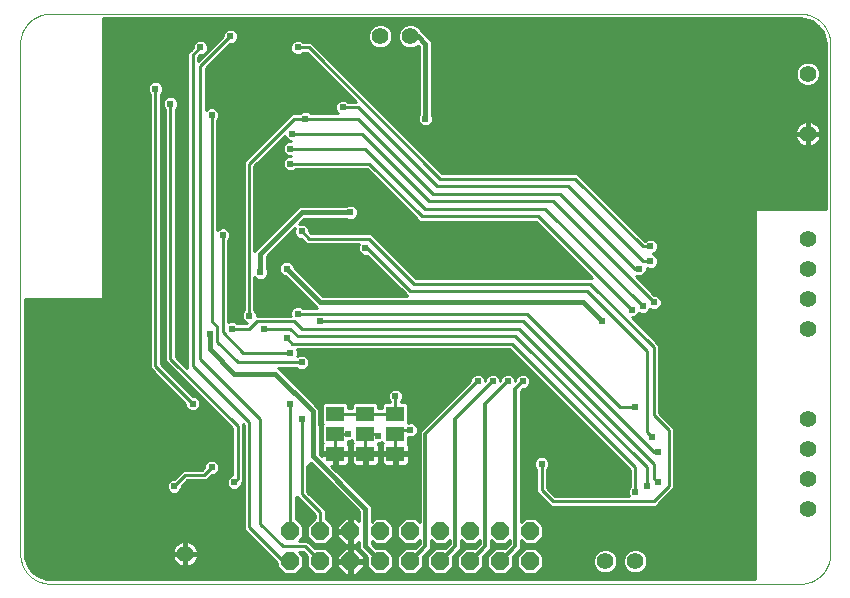
<source format=gbl>
G75*
%MOIN*%
%OFA0B0*%
%FSLAX25Y25*%
%IPPOS*%
%LPD*%
%AMOC8*
5,1,8,0,0,1.08239X$1,22.5*
%
%ADD10C,0.00000*%
%ADD11C,0.05600*%
%ADD12R,0.05906X0.05118*%
%ADD13C,0.01000*%
%ADD14C,0.05543*%
%ADD15OC8,0.06000*%
%ADD16C,0.02400*%
%ADD17C,0.01600*%
%ADD18C,0.01200*%
D10*
X0027919Y0011500D02*
X0277919Y0011500D01*
X0278161Y0011503D01*
X0278402Y0011512D01*
X0278643Y0011526D01*
X0278884Y0011547D01*
X0279124Y0011573D01*
X0279364Y0011605D01*
X0279603Y0011643D01*
X0279840Y0011686D01*
X0280077Y0011736D01*
X0280312Y0011791D01*
X0280546Y0011851D01*
X0280778Y0011918D01*
X0281009Y0011989D01*
X0281238Y0012067D01*
X0281465Y0012150D01*
X0281690Y0012238D01*
X0281913Y0012332D01*
X0282133Y0012431D01*
X0282351Y0012536D01*
X0282566Y0012645D01*
X0282779Y0012760D01*
X0282989Y0012880D01*
X0283195Y0013005D01*
X0283399Y0013135D01*
X0283600Y0013270D01*
X0283797Y0013410D01*
X0283991Y0013554D01*
X0284181Y0013703D01*
X0284367Y0013857D01*
X0284550Y0014015D01*
X0284729Y0014177D01*
X0284904Y0014344D01*
X0285075Y0014515D01*
X0285242Y0014690D01*
X0285404Y0014869D01*
X0285562Y0015052D01*
X0285716Y0015238D01*
X0285865Y0015428D01*
X0286009Y0015622D01*
X0286149Y0015819D01*
X0286284Y0016020D01*
X0286414Y0016224D01*
X0286539Y0016430D01*
X0286659Y0016640D01*
X0286774Y0016853D01*
X0286883Y0017068D01*
X0286988Y0017286D01*
X0287087Y0017506D01*
X0287181Y0017729D01*
X0287269Y0017954D01*
X0287352Y0018181D01*
X0287430Y0018410D01*
X0287501Y0018641D01*
X0287568Y0018873D01*
X0287628Y0019107D01*
X0287683Y0019342D01*
X0287733Y0019579D01*
X0287776Y0019816D01*
X0287814Y0020055D01*
X0287846Y0020295D01*
X0287872Y0020535D01*
X0287893Y0020776D01*
X0287907Y0021017D01*
X0287916Y0021258D01*
X0287919Y0021500D01*
X0287919Y0191500D01*
X0287916Y0191742D01*
X0287907Y0191983D01*
X0287893Y0192224D01*
X0287872Y0192465D01*
X0287846Y0192705D01*
X0287814Y0192945D01*
X0287776Y0193184D01*
X0287733Y0193421D01*
X0287683Y0193658D01*
X0287628Y0193893D01*
X0287568Y0194127D01*
X0287501Y0194359D01*
X0287430Y0194590D01*
X0287352Y0194819D01*
X0287269Y0195046D01*
X0287181Y0195271D01*
X0287087Y0195494D01*
X0286988Y0195714D01*
X0286883Y0195932D01*
X0286774Y0196147D01*
X0286659Y0196360D01*
X0286539Y0196570D01*
X0286414Y0196776D01*
X0286284Y0196980D01*
X0286149Y0197181D01*
X0286009Y0197378D01*
X0285865Y0197572D01*
X0285716Y0197762D01*
X0285562Y0197948D01*
X0285404Y0198131D01*
X0285242Y0198310D01*
X0285075Y0198485D01*
X0284904Y0198656D01*
X0284729Y0198823D01*
X0284550Y0198985D01*
X0284367Y0199143D01*
X0284181Y0199297D01*
X0283991Y0199446D01*
X0283797Y0199590D01*
X0283600Y0199730D01*
X0283399Y0199865D01*
X0283195Y0199995D01*
X0282989Y0200120D01*
X0282779Y0200240D01*
X0282566Y0200355D01*
X0282351Y0200464D01*
X0282133Y0200569D01*
X0281913Y0200668D01*
X0281690Y0200762D01*
X0281465Y0200850D01*
X0281238Y0200933D01*
X0281009Y0201011D01*
X0280778Y0201082D01*
X0280546Y0201149D01*
X0280312Y0201209D01*
X0280077Y0201264D01*
X0279840Y0201314D01*
X0279603Y0201357D01*
X0279364Y0201395D01*
X0279124Y0201427D01*
X0278884Y0201453D01*
X0278643Y0201474D01*
X0278402Y0201488D01*
X0278161Y0201497D01*
X0277919Y0201500D01*
X0027919Y0201500D01*
X0027677Y0201497D01*
X0027436Y0201488D01*
X0027195Y0201474D01*
X0026954Y0201453D01*
X0026714Y0201427D01*
X0026474Y0201395D01*
X0026235Y0201357D01*
X0025998Y0201314D01*
X0025761Y0201264D01*
X0025526Y0201209D01*
X0025292Y0201149D01*
X0025060Y0201082D01*
X0024829Y0201011D01*
X0024600Y0200933D01*
X0024373Y0200850D01*
X0024148Y0200762D01*
X0023925Y0200668D01*
X0023705Y0200569D01*
X0023487Y0200464D01*
X0023272Y0200355D01*
X0023059Y0200240D01*
X0022849Y0200120D01*
X0022643Y0199995D01*
X0022439Y0199865D01*
X0022238Y0199730D01*
X0022041Y0199590D01*
X0021847Y0199446D01*
X0021657Y0199297D01*
X0021471Y0199143D01*
X0021288Y0198985D01*
X0021109Y0198823D01*
X0020934Y0198656D01*
X0020763Y0198485D01*
X0020596Y0198310D01*
X0020434Y0198131D01*
X0020276Y0197948D01*
X0020122Y0197762D01*
X0019973Y0197572D01*
X0019829Y0197378D01*
X0019689Y0197181D01*
X0019554Y0196980D01*
X0019424Y0196776D01*
X0019299Y0196570D01*
X0019179Y0196360D01*
X0019064Y0196147D01*
X0018955Y0195932D01*
X0018850Y0195714D01*
X0018751Y0195494D01*
X0018657Y0195271D01*
X0018569Y0195046D01*
X0018486Y0194819D01*
X0018408Y0194590D01*
X0018337Y0194359D01*
X0018270Y0194127D01*
X0018210Y0193893D01*
X0018155Y0193658D01*
X0018105Y0193421D01*
X0018062Y0193184D01*
X0018024Y0192945D01*
X0017992Y0192705D01*
X0017966Y0192465D01*
X0017945Y0192224D01*
X0017931Y0191983D01*
X0017922Y0191742D01*
X0017919Y0191500D01*
X0017919Y0021500D01*
X0017922Y0021258D01*
X0017931Y0021017D01*
X0017945Y0020776D01*
X0017966Y0020535D01*
X0017992Y0020295D01*
X0018024Y0020055D01*
X0018062Y0019816D01*
X0018105Y0019579D01*
X0018155Y0019342D01*
X0018210Y0019107D01*
X0018270Y0018873D01*
X0018337Y0018641D01*
X0018408Y0018410D01*
X0018486Y0018181D01*
X0018569Y0017954D01*
X0018657Y0017729D01*
X0018751Y0017506D01*
X0018850Y0017286D01*
X0018955Y0017068D01*
X0019064Y0016853D01*
X0019179Y0016640D01*
X0019299Y0016430D01*
X0019424Y0016224D01*
X0019554Y0016020D01*
X0019689Y0015819D01*
X0019829Y0015622D01*
X0019973Y0015428D01*
X0020122Y0015238D01*
X0020276Y0015052D01*
X0020434Y0014869D01*
X0020596Y0014690D01*
X0020763Y0014515D01*
X0020934Y0014344D01*
X0021109Y0014177D01*
X0021288Y0014015D01*
X0021471Y0013857D01*
X0021657Y0013703D01*
X0021847Y0013554D01*
X0022041Y0013410D01*
X0022238Y0013270D01*
X0022439Y0013135D01*
X0022643Y0013005D01*
X0022849Y0012880D01*
X0023059Y0012760D01*
X0023272Y0012645D01*
X0023487Y0012536D01*
X0023705Y0012431D01*
X0023925Y0012332D01*
X0024148Y0012238D01*
X0024373Y0012150D01*
X0024600Y0012067D01*
X0024829Y0011989D01*
X0025060Y0011918D01*
X0025292Y0011851D01*
X0025526Y0011791D01*
X0025761Y0011736D01*
X0025998Y0011686D01*
X0026235Y0011643D01*
X0026474Y0011605D01*
X0026714Y0011573D01*
X0026954Y0011547D01*
X0027195Y0011526D01*
X0027436Y0011512D01*
X0027677Y0011503D01*
X0027919Y0011500D01*
D11*
X0072919Y0021500D03*
D12*
X0122919Y0054807D03*
X0122919Y0061500D03*
X0132919Y0061500D03*
X0132919Y0054807D03*
X0142919Y0054807D03*
X0142919Y0061500D03*
X0142919Y0068193D03*
X0132919Y0068193D03*
X0122919Y0068193D03*
D13*
X0105343Y0015494D02*
X0021905Y0015494D01*
X0021908Y0015490D02*
X0020345Y0017641D01*
X0019523Y0020170D01*
X0019419Y0021500D01*
X0019419Y0106500D01*
X0045419Y0106500D01*
X0045419Y0200000D01*
X0277919Y0200000D01*
X0279248Y0199895D01*
X0281778Y0199074D01*
X0283929Y0197510D01*
X0285492Y0195359D01*
X0286314Y0192830D01*
X0286419Y0191500D01*
X0286419Y0136500D01*
X0262919Y0136500D01*
X0262919Y0013000D01*
X0027919Y0013000D01*
X0026589Y0013105D01*
X0024060Y0013926D01*
X0021908Y0015490D01*
X0021179Y0016493D02*
X0104345Y0016493D01*
X0103619Y0017219D02*
X0106137Y0014700D01*
X0109700Y0014700D01*
X0112219Y0017219D01*
X0112219Y0020781D01*
X0110800Y0022200D01*
X0112173Y0022200D01*
X0113619Y0020754D01*
X0113619Y0017219D01*
X0116137Y0014700D01*
X0119700Y0014700D01*
X0122219Y0017219D01*
X0122219Y0020781D01*
X0119700Y0023300D01*
X0116164Y0023300D01*
X0113664Y0025800D01*
X0110800Y0025800D01*
X0112219Y0027219D01*
X0112219Y0030781D01*
X0109719Y0033281D01*
X0109719Y0040500D01*
X0110123Y0040500D01*
X0110923Y0039700D01*
X0116119Y0034504D01*
X0116119Y0033281D01*
X0113619Y0030781D01*
X0113619Y0027219D01*
X0116137Y0024700D01*
X0119700Y0024700D01*
X0122219Y0027219D01*
X0122219Y0030781D01*
X0119719Y0033281D01*
X0119719Y0035996D01*
X0113469Y0042246D01*
X0113469Y0050636D01*
X0113556Y0050723D01*
X0114858Y0051591D01*
X0130819Y0035630D01*
X0130819Y0032464D01*
X0129783Y0033500D01*
X0128419Y0033500D01*
X0128419Y0029500D01*
X0127419Y0029500D01*
X0127419Y0033500D01*
X0126055Y0033500D01*
X0123419Y0030864D01*
X0123419Y0029500D01*
X0127419Y0029500D01*
X0127419Y0028500D01*
X0128419Y0028500D01*
X0128419Y0024500D01*
X0129783Y0024500D01*
X0130819Y0025536D01*
X0130819Y0023130D01*
X0132049Y0021900D01*
X0133619Y0020330D01*
X0133619Y0017219D01*
X0136137Y0014700D01*
X0139700Y0014700D01*
X0142219Y0017219D01*
X0142219Y0020781D01*
X0139700Y0023300D01*
X0136588Y0023300D01*
X0135019Y0024870D01*
X0135019Y0025819D01*
X0136137Y0024700D01*
X0139700Y0024700D01*
X0142219Y0027219D01*
X0142219Y0030781D01*
X0139700Y0033300D01*
X0136137Y0033300D01*
X0135019Y0032181D01*
X0135019Y0037370D01*
X0121640Y0050748D01*
X0122419Y0050748D01*
X0122419Y0054307D01*
X0123419Y0054307D01*
X0123419Y0054700D01*
X0123664Y0054700D01*
X0124271Y0055307D01*
X0127371Y0055307D01*
X0127371Y0057564D01*
X0127269Y0057945D01*
X0127072Y0058287D01*
X0127064Y0058295D01*
X0127171Y0058402D01*
X0127171Y0059000D01*
X0127791Y0059000D01*
X0128666Y0059362D01*
X0128666Y0058402D01*
X0128773Y0058295D01*
X0128766Y0058287D01*
X0128568Y0057945D01*
X0128466Y0057564D01*
X0128466Y0055307D01*
X0131566Y0055307D01*
X0132173Y0054700D01*
X0132419Y0054700D01*
X0132419Y0054307D01*
X0133419Y0054307D01*
X0133419Y0054700D01*
X0133664Y0054700D01*
X0134271Y0055307D01*
X0137371Y0055307D01*
X0137371Y0057564D01*
X0137269Y0057945D01*
X0137072Y0058287D01*
X0137064Y0058295D01*
X0137144Y0058375D01*
X0137791Y0058375D01*
X0138666Y0058737D01*
X0138666Y0058402D01*
X0138773Y0058295D01*
X0138766Y0058287D01*
X0138568Y0057945D01*
X0138466Y0057564D01*
X0138466Y0055307D01*
X0141566Y0055307D01*
X0142173Y0054700D01*
X0142419Y0054700D01*
X0142419Y0054307D01*
X0143419Y0054307D01*
X0143419Y0054700D01*
X0143664Y0054700D01*
X0144271Y0055307D01*
X0147371Y0055307D01*
X0147371Y0057564D01*
X0147269Y0057945D01*
X0147072Y0058287D01*
X0147064Y0058295D01*
X0147171Y0058402D01*
X0147171Y0060354D01*
X0147421Y0060250D01*
X0148416Y0060250D01*
X0149335Y0060631D01*
X0150038Y0061334D01*
X0150419Y0062253D01*
X0150419Y0063247D01*
X0150038Y0064166D01*
X0149335Y0064869D01*
X0148416Y0065250D01*
X0147421Y0065250D01*
X0147171Y0065146D01*
X0147171Y0071290D01*
X0146410Y0072052D01*
X0144719Y0072052D01*
X0144719Y0072264D01*
X0145038Y0072584D01*
X0145419Y0073503D01*
X0145419Y0074497D01*
X0145038Y0075416D01*
X0144335Y0076119D01*
X0143416Y0076500D01*
X0142421Y0076500D01*
X0141502Y0076119D01*
X0140799Y0075416D01*
X0140419Y0074497D01*
X0140419Y0073503D01*
X0140799Y0072584D01*
X0141119Y0072264D01*
X0141119Y0072052D01*
X0139427Y0072052D01*
X0138666Y0071290D01*
X0138666Y0069993D01*
X0137171Y0069993D01*
X0137171Y0071290D01*
X0136410Y0072052D01*
X0129427Y0072052D01*
X0128666Y0071290D01*
X0128666Y0069993D01*
X0127171Y0069993D01*
X0127171Y0071290D01*
X0126410Y0072052D01*
X0119427Y0072052D01*
X0118666Y0071290D01*
X0118666Y0065095D01*
X0118915Y0064846D01*
X0118666Y0064598D01*
X0118666Y0058402D01*
X0118773Y0058295D01*
X0118766Y0058287D01*
X0118568Y0057945D01*
X0118466Y0057564D01*
X0118466Y0055307D01*
X0121566Y0055307D01*
X0122173Y0054700D01*
X0122419Y0054700D01*
X0122419Y0054307D01*
X0118466Y0054307D01*
X0118466Y0053923D01*
X0117669Y0054720D01*
X0117669Y0064414D01*
X0117519Y0064564D01*
X0117519Y0069870D01*
X0105019Y0082370D01*
X0103938Y0083450D01*
X0109933Y0083450D01*
X0110252Y0083131D01*
X0111171Y0082750D01*
X0112166Y0082750D01*
X0113085Y0083131D01*
X0113788Y0083834D01*
X0114169Y0084753D01*
X0114169Y0085747D01*
X0113788Y0086666D01*
X0113085Y0087369D01*
X0112166Y0087750D01*
X0111171Y0087750D01*
X0110252Y0087369D01*
X0110177Y0087294D01*
X0110419Y0087878D01*
X0110419Y0088872D01*
X0110076Y0089700D01*
X0180923Y0089700D01*
X0221119Y0049504D01*
X0221119Y0043861D01*
X0220799Y0043541D01*
X0220419Y0042622D01*
X0220419Y0041628D01*
X0220761Y0040800D01*
X0196164Y0040800D01*
X0193469Y0043496D01*
X0193469Y0049764D01*
X0193788Y0050084D01*
X0194169Y0051003D01*
X0194169Y0051997D01*
X0193788Y0052916D01*
X0193085Y0053619D01*
X0192166Y0054000D01*
X0191171Y0054000D01*
X0190252Y0053619D01*
X0189549Y0052916D01*
X0189169Y0051997D01*
X0189169Y0051003D01*
X0189549Y0050084D01*
X0189869Y0049764D01*
X0189869Y0042004D01*
X0190923Y0040950D01*
X0194673Y0037200D01*
X0229914Y0037200D01*
X0230969Y0038254D01*
X0235969Y0043254D01*
X0235969Y0063496D01*
X0234914Y0064550D01*
X0230969Y0068496D01*
X0230969Y0090996D01*
X0221714Y0100250D01*
X0222166Y0100250D01*
X0223085Y0100631D01*
X0223788Y0101334D01*
X0224013Y0101876D01*
X0224921Y0101500D01*
X0225916Y0101500D01*
X0226835Y0101881D01*
X0227538Y0102584D01*
X0227763Y0103126D01*
X0228671Y0102750D01*
X0229666Y0102750D01*
X0230585Y0103131D01*
X0231288Y0103834D01*
X0231669Y0104753D01*
X0231669Y0105747D01*
X0231288Y0106666D01*
X0230585Y0107369D01*
X0229666Y0107750D01*
X0229214Y0107750D01*
X0223023Y0113941D01*
X0223255Y0114172D01*
X0223671Y0114000D01*
X0224666Y0114000D01*
X0225585Y0114381D01*
X0226288Y0115084D01*
X0226669Y0116003D01*
X0226669Y0116812D01*
X0227421Y0116500D01*
X0228416Y0116500D01*
X0229335Y0116881D01*
X0230038Y0117584D01*
X0230419Y0118503D01*
X0230419Y0119497D01*
X0230038Y0120416D01*
X0229335Y0121119D01*
X0228919Y0121292D01*
X0228919Y0121708D01*
X0229335Y0121881D01*
X0230038Y0122584D01*
X0230419Y0123503D01*
X0230419Y0124497D01*
X0230038Y0125416D01*
X0229335Y0126119D01*
X0228416Y0126500D01*
X0227421Y0126500D01*
X0226502Y0126119D01*
X0226183Y0125800D01*
X0226164Y0125800D01*
X0203664Y0148300D01*
X0158664Y0148300D01*
X0114914Y0192050D01*
X0112154Y0192050D01*
X0111835Y0192369D01*
X0110916Y0192750D01*
X0109921Y0192750D01*
X0109002Y0192369D01*
X0108299Y0191666D01*
X0107919Y0190747D01*
X0107919Y0189753D01*
X0108299Y0188834D01*
X0109002Y0188131D01*
X0109921Y0187750D01*
X0110916Y0187750D01*
X0111835Y0188131D01*
X0112154Y0188450D01*
X0113423Y0188450D01*
X0129823Y0172050D01*
X0127154Y0172050D01*
X0126835Y0172369D01*
X0125916Y0172750D01*
X0124921Y0172750D01*
X0124002Y0172369D01*
X0123299Y0171666D01*
X0122919Y0170747D01*
X0122919Y0169753D01*
X0123299Y0168834D01*
X0123833Y0168300D01*
X0114654Y0168300D01*
X0114335Y0168619D01*
X0113416Y0169000D01*
X0112421Y0169000D01*
X0111502Y0168619D01*
X0111242Y0168359D01*
X0108482Y0168359D01*
X0107428Y0167305D01*
X0093423Y0153300D01*
X0092369Y0152246D01*
X0092369Y0102611D01*
X0092049Y0102291D01*
X0091669Y0101372D01*
X0091669Y0100378D01*
X0092049Y0099459D01*
X0092752Y0098756D01*
X0093549Y0098426D01*
X0093423Y0098300D01*
X0090279Y0098300D01*
X0089960Y0098619D01*
X0089041Y0099000D01*
X0088046Y0099000D01*
X0087219Y0098657D01*
X0087219Y0126014D01*
X0087538Y0126334D01*
X0087919Y0127253D01*
X0087919Y0128247D01*
X0087538Y0129166D01*
X0086835Y0129869D01*
X0085916Y0130250D01*
X0084921Y0130250D01*
X0084002Y0129869D01*
X0083469Y0129336D01*
X0083469Y0166014D01*
X0083788Y0166334D01*
X0084169Y0167253D01*
X0084169Y0168247D01*
X0083788Y0169166D01*
X0083085Y0169869D01*
X0082166Y0170250D01*
X0081171Y0170250D01*
X0080252Y0169869D01*
X0079719Y0169336D01*
X0079719Y0183254D01*
X0087964Y0191500D01*
X0088416Y0191500D01*
X0089335Y0191881D01*
X0090038Y0192584D01*
X0090419Y0193503D01*
X0090419Y0194497D01*
X0090038Y0195416D01*
X0089335Y0196119D01*
X0088416Y0196500D01*
X0087421Y0196500D01*
X0086502Y0196119D01*
X0085799Y0195416D01*
X0085419Y0194497D01*
X0085419Y0194046D01*
X0077219Y0185846D01*
X0077219Y0187004D01*
X0077964Y0187750D01*
X0078416Y0187750D01*
X0079335Y0188131D01*
X0080038Y0188834D01*
X0080419Y0189753D01*
X0080419Y0190747D01*
X0080038Y0191666D01*
X0079335Y0192369D01*
X0078416Y0192750D01*
X0077421Y0192750D01*
X0076502Y0192369D01*
X0075799Y0191666D01*
X0075419Y0190747D01*
X0075419Y0190296D01*
X0074673Y0189550D01*
X0073619Y0188496D01*
X0073619Y0083346D01*
X0069719Y0087246D01*
X0069719Y0169764D01*
X0070038Y0170084D01*
X0070419Y0171003D01*
X0070419Y0171997D01*
X0070038Y0172916D01*
X0069335Y0173619D01*
X0068416Y0174000D01*
X0067421Y0174000D01*
X0066502Y0173619D01*
X0065799Y0172916D01*
X0065419Y0171997D01*
X0065419Y0171003D01*
X0065799Y0170084D01*
X0066119Y0169764D01*
X0066119Y0085754D01*
X0088619Y0063254D01*
X0088619Y0047728D01*
X0087752Y0047369D01*
X0087049Y0046666D01*
X0086669Y0045747D01*
X0086669Y0044753D01*
X0087049Y0043834D01*
X0087752Y0043131D01*
X0088671Y0042750D01*
X0089666Y0042750D01*
X0090585Y0043131D01*
X0091288Y0043834D01*
X0091669Y0044753D01*
X0091669Y0045204D01*
X0092219Y0045754D01*
X0092219Y0064654D01*
X0092369Y0064504D01*
X0092369Y0029504D01*
X0103619Y0018254D01*
X0103619Y0017219D01*
X0103619Y0017491D02*
X0074495Y0017491D01*
X0074569Y0017515D02*
X0075172Y0017822D01*
X0075720Y0018220D01*
X0076198Y0018699D01*
X0076596Y0019246D01*
X0076904Y0019849D01*
X0077113Y0020493D01*
X0077209Y0021100D01*
X0073319Y0021100D01*
X0073319Y0021900D01*
X0077209Y0021900D01*
X0077113Y0022507D01*
X0076904Y0023151D01*
X0076596Y0023754D01*
X0076198Y0024301D01*
X0075720Y0024780D01*
X0075172Y0025178D01*
X0074569Y0025485D01*
X0073926Y0025694D01*
X0073319Y0025790D01*
X0073319Y0021900D01*
X0072519Y0021900D01*
X0072519Y0025790D01*
X0071912Y0025694D01*
X0071268Y0025485D01*
X0070665Y0025178D01*
X0070117Y0024780D01*
X0069639Y0024301D01*
X0069241Y0023754D01*
X0068934Y0023151D01*
X0068724Y0022507D01*
X0068628Y0021900D01*
X0072519Y0021900D01*
X0072519Y0021100D01*
X0073319Y0021100D01*
X0073319Y0017210D01*
X0073926Y0017306D01*
X0074569Y0017515D01*
X0073319Y0017491D02*
X0072519Y0017491D01*
X0072519Y0017210D02*
X0072519Y0021100D01*
X0068628Y0021100D01*
X0068724Y0020493D01*
X0068934Y0019849D01*
X0069241Y0019246D01*
X0069639Y0018699D01*
X0070117Y0018220D01*
X0070665Y0017822D01*
X0071268Y0017515D01*
X0071912Y0017306D01*
X0072519Y0017210D01*
X0071342Y0017491D02*
X0020454Y0017491D01*
X0020069Y0018490D02*
X0069848Y0018490D01*
X0069118Y0019488D02*
X0019745Y0019488D01*
X0019498Y0020487D02*
X0068727Y0020487D01*
X0068721Y0022484D02*
X0019419Y0022484D01*
X0019419Y0023482D02*
X0069103Y0023482D01*
X0069818Y0024481D02*
X0019419Y0024481D01*
X0019419Y0025479D02*
X0071257Y0025479D01*
X0072519Y0025479D02*
X0073319Y0025479D01*
X0073319Y0024481D02*
X0072519Y0024481D01*
X0072519Y0023482D02*
X0073319Y0023482D01*
X0073319Y0022484D02*
X0072519Y0022484D01*
X0072519Y0021485D02*
X0019420Y0021485D01*
X0019419Y0026478D02*
X0095395Y0026478D01*
X0094397Y0027476D02*
X0019419Y0027476D01*
X0019419Y0028475D02*
X0093398Y0028475D01*
X0092400Y0029473D02*
X0019419Y0029473D01*
X0019419Y0030472D02*
X0092369Y0030472D01*
X0092369Y0031470D02*
X0019419Y0031470D01*
X0019419Y0032469D02*
X0092369Y0032469D01*
X0092369Y0033467D02*
X0019419Y0033467D01*
X0019419Y0034466D02*
X0092369Y0034466D01*
X0092369Y0035464D02*
X0019419Y0035464D01*
X0019419Y0036463D02*
X0092369Y0036463D01*
X0092369Y0037461D02*
X0019419Y0037461D01*
X0019419Y0038460D02*
X0092369Y0038460D01*
X0092369Y0039458D02*
X0019419Y0039458D01*
X0019419Y0040457D02*
X0092369Y0040457D01*
X0092369Y0041455D02*
X0019419Y0041455D01*
X0019419Y0042454D02*
X0067179Y0042454D01*
X0067049Y0042584D02*
X0067752Y0041881D01*
X0068671Y0041500D01*
X0069666Y0041500D01*
X0070585Y0041881D01*
X0071288Y0042584D01*
X0071669Y0043503D01*
X0071669Y0043954D01*
X0073664Y0045950D01*
X0079914Y0045950D01*
X0081714Y0047750D01*
X0082166Y0047750D01*
X0083085Y0048131D01*
X0083788Y0048834D01*
X0084169Y0049753D01*
X0084169Y0050747D01*
X0083788Y0051666D01*
X0083085Y0052369D01*
X0082166Y0052750D01*
X0081171Y0052750D01*
X0080252Y0052369D01*
X0079549Y0051666D01*
X0079169Y0050747D01*
X0079169Y0050296D01*
X0078423Y0049550D01*
X0072173Y0049550D01*
X0071119Y0048496D01*
X0069123Y0046500D01*
X0068671Y0046500D01*
X0067752Y0046119D01*
X0067049Y0045416D01*
X0066669Y0044497D01*
X0066669Y0043503D01*
X0067049Y0042584D01*
X0066689Y0043452D02*
X0019419Y0043452D01*
X0019419Y0044451D02*
X0066669Y0044451D01*
X0067082Y0045449D02*
X0019419Y0045449D01*
X0019419Y0046448D02*
X0068546Y0046448D01*
X0070069Y0047446D02*
X0019419Y0047446D01*
X0019419Y0048445D02*
X0071068Y0048445D01*
X0072066Y0049443D02*
X0019419Y0049443D01*
X0019419Y0050442D02*
X0079169Y0050442D01*
X0079456Y0051440D02*
X0019419Y0051440D01*
X0019419Y0052439D02*
X0080420Y0052439D01*
X0082917Y0052439D02*
X0088619Y0052439D01*
X0088619Y0053437D02*
X0019419Y0053437D01*
X0019419Y0054436D02*
X0088619Y0054436D01*
X0088619Y0055434D02*
X0019419Y0055434D01*
X0019419Y0056433D02*
X0088619Y0056433D01*
X0088619Y0057432D02*
X0019419Y0057432D01*
X0019419Y0058430D02*
X0088619Y0058430D01*
X0088619Y0059429D02*
X0019419Y0059429D01*
X0019419Y0060427D02*
X0088619Y0060427D01*
X0088619Y0061426D02*
X0019419Y0061426D01*
X0019419Y0062424D02*
X0088619Y0062424D01*
X0088450Y0063423D02*
X0019419Y0063423D01*
X0019419Y0064421D02*
X0087452Y0064421D01*
X0086453Y0065420D02*
X0019419Y0065420D01*
X0019419Y0066418D02*
X0085455Y0066418D01*
X0084456Y0067417D02*
X0019419Y0067417D01*
X0019419Y0068415D02*
X0083458Y0068415D01*
X0082459Y0069414D02*
X0076868Y0069414D01*
X0076835Y0069381D02*
X0077538Y0070084D01*
X0077919Y0071003D01*
X0077919Y0071997D01*
X0077538Y0072916D01*
X0076835Y0073619D01*
X0075916Y0074000D01*
X0075464Y0074000D01*
X0064719Y0084746D01*
X0064719Y0174764D01*
X0065038Y0175084D01*
X0065419Y0176003D01*
X0065419Y0176997D01*
X0065038Y0177916D01*
X0064335Y0178619D01*
X0063416Y0179000D01*
X0062421Y0179000D01*
X0061502Y0178619D01*
X0060799Y0177916D01*
X0060419Y0176997D01*
X0060419Y0176003D01*
X0060799Y0175084D01*
X0061119Y0174764D01*
X0061119Y0083254D01*
X0072919Y0071454D01*
X0072919Y0071003D01*
X0073299Y0070084D01*
X0074002Y0069381D01*
X0074921Y0069000D01*
X0075916Y0069000D01*
X0076835Y0069381D01*
X0077674Y0070412D02*
X0081461Y0070412D01*
X0080462Y0071411D02*
X0077919Y0071411D01*
X0077748Y0072409D02*
X0079464Y0072409D01*
X0078465Y0073408D02*
X0077046Y0073408D01*
X0077467Y0074406D02*
X0075058Y0074406D01*
X0074059Y0075405D02*
X0076468Y0075405D01*
X0075470Y0076403D02*
X0073061Y0076403D01*
X0072062Y0077402D02*
X0074471Y0077402D01*
X0073473Y0078400D02*
X0071064Y0078400D01*
X0070065Y0079399D02*
X0072474Y0079399D01*
X0071476Y0080397D02*
X0069067Y0080397D01*
X0068068Y0081396D02*
X0070477Y0081396D01*
X0069479Y0082394D02*
X0067070Y0082394D01*
X0066071Y0083393D02*
X0068480Y0083393D01*
X0067482Y0084391D02*
X0065073Y0084391D01*
X0064719Y0085390D02*
X0066483Y0085390D01*
X0066119Y0086388D02*
X0064719Y0086388D01*
X0064719Y0087387D02*
X0066119Y0087387D01*
X0066119Y0088385D02*
X0064719Y0088385D01*
X0064719Y0089384D02*
X0066119Y0089384D01*
X0066119Y0090382D02*
X0064719Y0090382D01*
X0064719Y0091381D02*
X0066119Y0091381D01*
X0066119Y0092379D02*
X0064719Y0092379D01*
X0064719Y0093378D02*
X0066119Y0093378D01*
X0066119Y0094376D02*
X0064719Y0094376D01*
X0064719Y0095375D02*
X0066119Y0095375D01*
X0066119Y0096373D02*
X0064719Y0096373D01*
X0064719Y0097372D02*
X0066119Y0097372D01*
X0066119Y0098370D02*
X0064719Y0098370D01*
X0064719Y0099369D02*
X0066119Y0099369D01*
X0066119Y0100368D02*
X0064719Y0100368D01*
X0064719Y0101366D02*
X0066119Y0101366D01*
X0066119Y0102365D02*
X0064719Y0102365D01*
X0064719Y0103363D02*
X0066119Y0103363D01*
X0066119Y0104362D02*
X0064719Y0104362D01*
X0064719Y0105360D02*
X0066119Y0105360D01*
X0066119Y0106359D02*
X0064719Y0106359D01*
X0064719Y0107357D02*
X0066119Y0107357D01*
X0066119Y0108356D02*
X0064719Y0108356D01*
X0064719Y0109354D02*
X0066119Y0109354D01*
X0066119Y0110353D02*
X0064719Y0110353D01*
X0064719Y0111351D02*
X0066119Y0111351D01*
X0066119Y0112350D02*
X0064719Y0112350D01*
X0064719Y0113348D02*
X0066119Y0113348D01*
X0066119Y0114347D02*
X0064719Y0114347D01*
X0064719Y0115345D02*
X0066119Y0115345D01*
X0066119Y0116344D02*
X0064719Y0116344D01*
X0064719Y0117342D02*
X0066119Y0117342D01*
X0066119Y0118341D02*
X0064719Y0118341D01*
X0064719Y0119339D02*
X0066119Y0119339D01*
X0066119Y0120338D02*
X0064719Y0120338D01*
X0064719Y0121336D02*
X0066119Y0121336D01*
X0066119Y0122335D02*
X0064719Y0122335D01*
X0064719Y0123333D02*
X0066119Y0123333D01*
X0066119Y0124332D02*
X0064719Y0124332D01*
X0064719Y0125330D02*
X0066119Y0125330D01*
X0066119Y0126329D02*
X0064719Y0126329D01*
X0064719Y0127327D02*
X0066119Y0127327D01*
X0066119Y0128326D02*
X0064719Y0128326D01*
X0064719Y0129324D02*
X0066119Y0129324D01*
X0066119Y0130323D02*
X0064719Y0130323D01*
X0064719Y0131321D02*
X0066119Y0131321D01*
X0066119Y0132320D02*
X0064719Y0132320D01*
X0064719Y0133318D02*
X0066119Y0133318D01*
X0066119Y0134317D02*
X0064719Y0134317D01*
X0064719Y0135315D02*
X0066119Y0135315D01*
X0066119Y0136314D02*
X0064719Y0136314D01*
X0064719Y0137312D02*
X0066119Y0137312D01*
X0066119Y0138311D02*
X0064719Y0138311D01*
X0064719Y0139309D02*
X0066119Y0139309D01*
X0066119Y0140308D02*
X0064719Y0140308D01*
X0064719Y0141306D02*
X0066119Y0141306D01*
X0066119Y0142305D02*
X0064719Y0142305D01*
X0064719Y0143303D02*
X0066119Y0143303D01*
X0066119Y0144302D02*
X0064719Y0144302D01*
X0064719Y0145301D02*
X0066119Y0145301D01*
X0066119Y0146299D02*
X0064719Y0146299D01*
X0064719Y0147298D02*
X0066119Y0147298D01*
X0066119Y0148296D02*
X0064719Y0148296D01*
X0064719Y0149295D02*
X0066119Y0149295D01*
X0066119Y0150293D02*
X0064719Y0150293D01*
X0064719Y0151292D02*
X0066119Y0151292D01*
X0066119Y0152290D02*
X0064719Y0152290D01*
X0064719Y0153289D02*
X0066119Y0153289D01*
X0066119Y0154287D02*
X0064719Y0154287D01*
X0064719Y0155286D02*
X0066119Y0155286D01*
X0066119Y0156284D02*
X0064719Y0156284D01*
X0064719Y0157283D02*
X0066119Y0157283D01*
X0066119Y0158281D02*
X0064719Y0158281D01*
X0064719Y0159280D02*
X0066119Y0159280D01*
X0066119Y0160278D02*
X0064719Y0160278D01*
X0064719Y0161277D02*
X0066119Y0161277D01*
X0066119Y0162275D02*
X0064719Y0162275D01*
X0064719Y0163274D02*
X0066119Y0163274D01*
X0066119Y0164272D02*
X0064719Y0164272D01*
X0064719Y0165271D02*
X0066119Y0165271D01*
X0066119Y0166269D02*
X0064719Y0166269D01*
X0064719Y0167268D02*
X0066119Y0167268D01*
X0066119Y0168266D02*
X0064719Y0168266D01*
X0064719Y0169265D02*
X0066119Y0169265D01*
X0065725Y0170263D02*
X0064719Y0170263D01*
X0064719Y0171262D02*
X0065419Y0171262D01*
X0065528Y0172260D02*
X0064719Y0172260D01*
X0064719Y0173259D02*
X0066142Y0173259D01*
X0064719Y0174257D02*
X0073619Y0174257D01*
X0073619Y0173259D02*
X0069695Y0173259D01*
X0070310Y0172260D02*
X0073619Y0172260D01*
X0073619Y0171262D02*
X0070419Y0171262D01*
X0070112Y0170263D02*
X0073619Y0170263D01*
X0073619Y0169265D02*
X0069719Y0169265D01*
X0069719Y0168266D02*
X0073619Y0168266D01*
X0073619Y0167268D02*
X0069719Y0167268D01*
X0069719Y0166269D02*
X0073619Y0166269D01*
X0073619Y0165271D02*
X0069719Y0165271D01*
X0069719Y0164272D02*
X0073619Y0164272D01*
X0073619Y0163274D02*
X0069719Y0163274D01*
X0069719Y0162275D02*
X0073619Y0162275D01*
X0073619Y0161277D02*
X0069719Y0161277D01*
X0069719Y0160278D02*
X0073619Y0160278D01*
X0073619Y0159280D02*
X0069719Y0159280D01*
X0069719Y0158281D02*
X0073619Y0158281D01*
X0073619Y0157283D02*
X0069719Y0157283D01*
X0069719Y0156284D02*
X0073619Y0156284D01*
X0073619Y0155286D02*
X0069719Y0155286D01*
X0069719Y0154287D02*
X0073619Y0154287D01*
X0073619Y0153289D02*
X0069719Y0153289D01*
X0069719Y0152290D02*
X0073619Y0152290D01*
X0073619Y0151292D02*
X0069719Y0151292D01*
X0069719Y0150293D02*
X0073619Y0150293D01*
X0073619Y0149295D02*
X0069719Y0149295D01*
X0069719Y0148296D02*
X0073619Y0148296D01*
X0073619Y0147298D02*
X0069719Y0147298D01*
X0069719Y0146299D02*
X0073619Y0146299D01*
X0073619Y0145301D02*
X0069719Y0145301D01*
X0069719Y0144302D02*
X0073619Y0144302D01*
X0073619Y0143303D02*
X0069719Y0143303D01*
X0069719Y0142305D02*
X0073619Y0142305D01*
X0073619Y0141306D02*
X0069719Y0141306D01*
X0069719Y0140308D02*
X0073619Y0140308D01*
X0073619Y0139309D02*
X0069719Y0139309D01*
X0069719Y0138311D02*
X0073619Y0138311D01*
X0073619Y0137312D02*
X0069719Y0137312D01*
X0069719Y0136314D02*
X0073619Y0136314D01*
X0073619Y0135315D02*
X0069719Y0135315D01*
X0069719Y0134317D02*
X0073619Y0134317D01*
X0073619Y0133318D02*
X0069719Y0133318D01*
X0069719Y0132320D02*
X0073619Y0132320D01*
X0073619Y0131321D02*
X0069719Y0131321D01*
X0069719Y0130323D02*
X0073619Y0130323D01*
X0073619Y0129324D02*
X0069719Y0129324D01*
X0069719Y0128326D02*
X0073619Y0128326D01*
X0073619Y0127327D02*
X0069719Y0127327D01*
X0069719Y0126329D02*
X0073619Y0126329D01*
X0073619Y0125330D02*
X0069719Y0125330D01*
X0069719Y0124332D02*
X0073619Y0124332D01*
X0073619Y0123333D02*
X0069719Y0123333D01*
X0069719Y0122335D02*
X0073619Y0122335D01*
X0073619Y0121336D02*
X0069719Y0121336D01*
X0069719Y0120338D02*
X0073619Y0120338D01*
X0073619Y0119339D02*
X0069719Y0119339D01*
X0069719Y0118341D02*
X0073619Y0118341D01*
X0073619Y0117342D02*
X0069719Y0117342D01*
X0069719Y0116344D02*
X0073619Y0116344D01*
X0073619Y0115345D02*
X0069719Y0115345D01*
X0069719Y0114347D02*
X0073619Y0114347D01*
X0073619Y0113348D02*
X0069719Y0113348D01*
X0069719Y0112350D02*
X0073619Y0112350D01*
X0073619Y0111351D02*
X0069719Y0111351D01*
X0069719Y0110353D02*
X0073619Y0110353D01*
X0073619Y0109354D02*
X0069719Y0109354D01*
X0069719Y0108356D02*
X0073619Y0108356D01*
X0073619Y0107357D02*
X0069719Y0107357D01*
X0069719Y0106359D02*
X0073619Y0106359D01*
X0073619Y0105360D02*
X0069719Y0105360D01*
X0069719Y0104362D02*
X0073619Y0104362D01*
X0073619Y0103363D02*
X0069719Y0103363D01*
X0069719Y0102365D02*
X0073619Y0102365D01*
X0073619Y0101366D02*
X0069719Y0101366D01*
X0069719Y0100368D02*
X0073619Y0100368D01*
X0073619Y0099369D02*
X0069719Y0099369D01*
X0069719Y0098370D02*
X0073619Y0098370D01*
X0073619Y0097372D02*
X0069719Y0097372D01*
X0069719Y0096373D02*
X0073619Y0096373D01*
X0073619Y0095375D02*
X0069719Y0095375D01*
X0069719Y0094376D02*
X0073619Y0094376D01*
X0073619Y0093378D02*
X0069719Y0093378D01*
X0069719Y0092379D02*
X0073619Y0092379D01*
X0073619Y0091381D02*
X0069719Y0091381D01*
X0069719Y0090382D02*
X0073619Y0090382D01*
X0073619Y0089384D02*
X0069719Y0089384D01*
X0069719Y0088385D02*
X0073619Y0088385D01*
X0073619Y0087387D02*
X0069719Y0087387D01*
X0070576Y0086388D02*
X0073619Y0086388D01*
X0073619Y0085390D02*
X0071574Y0085390D01*
X0072573Y0084391D02*
X0073619Y0084391D01*
X0073619Y0083393D02*
X0073571Y0083393D01*
X0075419Y0084000D02*
X0094169Y0065250D01*
X0094169Y0030250D01*
X0105419Y0019000D01*
X0107919Y0019000D01*
X0112219Y0019488D02*
X0113619Y0019488D01*
X0113619Y0018490D02*
X0112219Y0018490D01*
X0112219Y0017491D02*
X0113619Y0017491D01*
X0114345Y0016493D02*
X0111492Y0016493D01*
X0110494Y0015494D02*
X0115343Y0015494D01*
X0117919Y0019000D02*
X0112919Y0024000D01*
X0105419Y0024000D01*
X0097919Y0031500D01*
X0097919Y0066500D01*
X0077919Y0086500D01*
X0077919Y0184000D01*
X0087919Y0194000D01*
X0089685Y0192231D02*
X0108864Y0192231D01*
X0108119Y0191232D02*
X0087696Y0191232D01*
X0086698Y0190234D02*
X0107919Y0190234D01*
X0108133Y0189235D02*
X0085699Y0189235D01*
X0084701Y0188237D02*
X0108897Y0188237D01*
X0110419Y0190250D02*
X0114169Y0190250D01*
X0157919Y0146500D01*
X0202919Y0146500D01*
X0225419Y0124000D01*
X0227919Y0124000D01*
X0228829Y0126329D02*
X0262919Y0126329D01*
X0262919Y0127327D02*
X0224637Y0127327D01*
X0225635Y0126329D02*
X0227008Y0126329D01*
X0230074Y0125330D02*
X0262919Y0125330D01*
X0262919Y0124332D02*
X0230419Y0124332D01*
X0230348Y0123333D02*
X0262919Y0123333D01*
X0262919Y0122335D02*
X0229789Y0122335D01*
X0228919Y0121336D02*
X0262919Y0121336D01*
X0262919Y0120338D02*
X0230070Y0120338D01*
X0230419Y0119339D02*
X0262919Y0119339D01*
X0262919Y0118341D02*
X0230351Y0118341D01*
X0229796Y0117342D02*
X0262919Y0117342D01*
X0262919Y0116344D02*
X0226669Y0116344D01*
X0226396Y0115345D02*
X0262919Y0115345D01*
X0262919Y0114347D02*
X0225503Y0114347D01*
X0223616Y0113348D02*
X0262919Y0113348D01*
X0262919Y0112350D02*
X0224615Y0112350D01*
X0225613Y0111351D02*
X0262919Y0111351D01*
X0262919Y0110353D02*
X0226612Y0110353D01*
X0227610Y0109354D02*
X0262919Y0109354D01*
X0262919Y0108356D02*
X0228609Y0108356D01*
X0230597Y0107357D02*
X0262919Y0107357D01*
X0262919Y0106359D02*
X0231415Y0106359D01*
X0231669Y0105360D02*
X0262919Y0105360D01*
X0262919Y0104362D02*
X0231507Y0104362D01*
X0230817Y0103363D02*
X0262919Y0103363D01*
X0262919Y0102365D02*
X0227319Y0102365D01*
X0225419Y0104000D02*
X0192919Y0136500D01*
X0152919Y0136500D01*
X0132919Y0156500D01*
X0107919Y0156500D01*
X0106164Y0158281D02*
X0103495Y0158281D01*
X0102497Y0157283D02*
X0105537Y0157283D01*
X0105419Y0156997D02*
X0105419Y0156003D01*
X0105799Y0155084D01*
X0106502Y0154381D01*
X0107421Y0154000D01*
X0106502Y0153619D01*
X0105799Y0152916D01*
X0105419Y0151997D01*
X0105419Y0151003D01*
X0105799Y0150084D01*
X0106502Y0149381D01*
X0107421Y0149000D01*
X0108416Y0149000D01*
X0109335Y0149381D01*
X0109654Y0149700D01*
X0133423Y0149700D01*
X0149869Y0133254D01*
X0150923Y0132200D01*
X0189673Y0132200D01*
X0208573Y0113300D01*
X0149914Y0113300D01*
X0134914Y0128300D01*
X0114914Y0128300D01*
X0114169Y0129046D01*
X0114169Y0129497D01*
X0113788Y0130416D01*
X0113085Y0131119D01*
X0112166Y0131500D01*
X0111171Y0131500D01*
X0110688Y0131300D01*
X0112538Y0133150D01*
X0126483Y0133150D01*
X0126502Y0133131D01*
X0127421Y0132750D01*
X0128416Y0132750D01*
X0129335Y0133131D01*
X0130038Y0133834D01*
X0130419Y0134753D01*
X0130419Y0135747D01*
X0130038Y0136666D01*
X0129335Y0137369D01*
X0128416Y0137750D01*
X0127421Y0137750D01*
X0126502Y0137369D01*
X0126483Y0137350D01*
X0110799Y0137350D01*
X0109569Y0136120D01*
X0095969Y0122520D01*
X0095969Y0150754D01*
X0106094Y0160880D01*
X0106424Y0160084D01*
X0107127Y0159381D01*
X0108046Y0159000D01*
X0108169Y0159000D01*
X0107421Y0159000D01*
X0106502Y0158619D01*
X0105799Y0157916D01*
X0105419Y0156997D01*
X0105419Y0156284D02*
X0101498Y0156284D01*
X0100500Y0155286D02*
X0105716Y0155286D01*
X0106728Y0154287D02*
X0099501Y0154287D01*
X0098503Y0153289D02*
X0106172Y0153289D01*
X0105540Y0152290D02*
X0097504Y0152290D01*
X0096506Y0151292D02*
X0105419Y0151292D01*
X0105713Y0150293D02*
X0095969Y0150293D01*
X0095969Y0149295D02*
X0106710Y0149295D01*
X0109127Y0149295D02*
X0133828Y0149295D01*
X0134827Y0148296D02*
X0095969Y0148296D01*
X0095969Y0147298D02*
X0135825Y0147298D01*
X0136824Y0146299D02*
X0095969Y0146299D01*
X0095969Y0145301D02*
X0137822Y0145301D01*
X0138821Y0144302D02*
X0095969Y0144302D01*
X0095969Y0143303D02*
X0139820Y0143303D01*
X0140818Y0142305D02*
X0095969Y0142305D01*
X0095969Y0141306D02*
X0141817Y0141306D01*
X0142815Y0140308D02*
X0095969Y0140308D01*
X0095969Y0139309D02*
X0143814Y0139309D01*
X0144812Y0138311D02*
X0095969Y0138311D01*
X0095969Y0137312D02*
X0110761Y0137312D01*
X0109763Y0136314D02*
X0095969Y0136314D01*
X0095969Y0135315D02*
X0108764Y0135315D01*
X0107766Y0134317D02*
X0095969Y0134317D01*
X0095969Y0133318D02*
X0106767Y0133318D01*
X0105769Y0132320D02*
X0095969Y0132320D01*
X0095969Y0131321D02*
X0104770Y0131321D01*
X0103772Y0130323D02*
X0095969Y0130323D01*
X0095969Y0129324D02*
X0102773Y0129324D01*
X0101775Y0128326D02*
X0095969Y0128326D01*
X0095969Y0127327D02*
X0100776Y0127327D01*
X0099778Y0126329D02*
X0095969Y0126329D01*
X0095969Y0125330D02*
X0098779Y0125330D01*
X0097781Y0124332D02*
X0095969Y0124332D01*
X0095969Y0123333D02*
X0096782Y0123333D01*
X0100019Y0120630D02*
X0109369Y0129980D01*
X0109169Y0129497D01*
X0109169Y0128503D01*
X0109549Y0127584D01*
X0110252Y0126881D01*
X0111171Y0126500D01*
X0111623Y0126500D01*
X0113423Y0124700D01*
X0130761Y0124700D01*
X0130419Y0123872D01*
X0130419Y0122878D01*
X0130799Y0121959D01*
X0131502Y0121256D01*
X0132421Y0120875D01*
X0133416Y0120875D01*
X0133474Y0120899D01*
X0146119Y0108254D01*
X0146919Y0107454D01*
X0146919Y0107350D01*
X0118788Y0107350D01*
X0109169Y0116970D01*
X0109169Y0116997D01*
X0108788Y0117916D01*
X0108085Y0118619D01*
X0107166Y0119000D01*
X0106171Y0119000D01*
X0105252Y0118619D01*
X0104549Y0117916D01*
X0104169Y0116997D01*
X0104169Y0116003D01*
X0104549Y0115084D01*
X0105252Y0114381D01*
X0106171Y0114000D01*
X0106199Y0114000D01*
X0115819Y0104380D01*
X0116899Y0103300D01*
X0112154Y0103300D01*
X0111835Y0103619D01*
X0110916Y0104000D01*
X0109921Y0104000D01*
X0109002Y0103619D01*
X0108299Y0102916D01*
X0107919Y0101997D01*
X0107919Y0101003D01*
X0108003Y0100800D01*
X0096669Y0100800D01*
X0096669Y0101372D01*
X0096288Y0102291D01*
X0095969Y0102611D01*
X0095969Y0113664D01*
X0096502Y0113131D01*
X0097421Y0112750D01*
X0098416Y0112750D01*
X0099335Y0113131D01*
X0100038Y0113834D01*
X0100419Y0114753D01*
X0100419Y0115747D01*
X0100038Y0116666D01*
X0100019Y0116686D01*
X0100019Y0120630D01*
X0100019Y0120338D02*
X0134035Y0120338D01*
X0135034Y0119339D02*
X0100019Y0119339D01*
X0100019Y0118341D02*
X0104974Y0118341D01*
X0104311Y0117342D02*
X0100019Y0117342D01*
X0100172Y0116344D02*
X0104169Y0116344D01*
X0104441Y0115345D02*
X0100419Y0115345D01*
X0100250Y0114347D02*
X0105334Y0114347D01*
X0106851Y0113348D02*
X0099552Y0113348D01*
X0096285Y0113348D02*
X0095969Y0113348D01*
X0095969Y0112350D02*
X0107849Y0112350D01*
X0108848Y0111351D02*
X0095969Y0111351D01*
X0095969Y0110353D02*
X0109846Y0110353D01*
X0110845Y0109354D02*
X0095969Y0109354D01*
X0095969Y0108356D02*
X0111843Y0108356D01*
X0112842Y0107357D02*
X0095969Y0107357D01*
X0095969Y0106359D02*
X0113840Y0106359D01*
X0114839Y0105360D02*
X0095969Y0105360D01*
X0095969Y0104362D02*
X0115837Y0104362D01*
X0116836Y0103363D02*
X0112091Y0103363D01*
X0110419Y0101500D02*
X0186669Y0101500D01*
X0217919Y0070250D01*
X0222919Y0070250D01*
X0229169Y0067750D02*
X0234169Y0062750D01*
X0234169Y0044000D01*
X0229169Y0039000D01*
X0195419Y0039000D01*
X0191669Y0042750D01*
X0191669Y0051500D01*
X0193986Y0052439D02*
X0218184Y0052439D01*
X0217186Y0053437D02*
X0193267Y0053437D01*
X0194169Y0051440D02*
X0219183Y0051440D01*
X0220181Y0050442D02*
X0193936Y0050442D01*
X0193469Y0049443D02*
X0221119Y0049443D01*
X0221119Y0048445D02*
X0193469Y0048445D01*
X0193469Y0047446D02*
X0221119Y0047446D01*
X0221119Y0046448D02*
X0193469Y0046448D01*
X0193469Y0045449D02*
X0221119Y0045449D01*
X0221119Y0044451D02*
X0193469Y0044451D01*
X0193512Y0043452D02*
X0220762Y0043452D01*
X0220419Y0042454D02*
X0194510Y0042454D01*
X0195509Y0041455D02*
X0220490Y0041455D01*
X0222919Y0042125D02*
X0222919Y0050250D01*
X0181669Y0091500D01*
X0108544Y0091500D01*
X0106669Y0093375D01*
X0107919Y0096500D02*
X0110419Y0094000D01*
X0182919Y0094000D01*
X0226669Y0050250D01*
X0226669Y0044000D01*
X0229169Y0046500D02*
X0230419Y0045250D01*
X0229169Y0046500D02*
X0229169Y0051500D01*
X0184169Y0096500D01*
X0111669Y0096500D01*
X0109169Y0099000D01*
X0096669Y0099000D01*
X0094169Y0096500D01*
X0088544Y0096500D01*
X0090209Y0098370D02*
X0093494Y0098370D01*
X0092139Y0099369D02*
X0087219Y0099369D01*
X0087219Y0100368D02*
X0091673Y0100368D01*
X0091669Y0101366D02*
X0087219Y0101366D01*
X0087219Y0102365D02*
X0092123Y0102365D01*
X0092369Y0103363D02*
X0087219Y0103363D01*
X0087219Y0104362D02*
X0092369Y0104362D01*
X0092369Y0105360D02*
X0087219Y0105360D01*
X0087219Y0106359D02*
X0092369Y0106359D01*
X0092369Y0107357D02*
X0087219Y0107357D01*
X0087219Y0108356D02*
X0092369Y0108356D01*
X0092369Y0109354D02*
X0087219Y0109354D01*
X0087219Y0110353D02*
X0092369Y0110353D01*
X0092369Y0111351D02*
X0087219Y0111351D01*
X0087219Y0112350D02*
X0092369Y0112350D01*
X0092369Y0113348D02*
X0087219Y0113348D01*
X0087219Y0114347D02*
X0092369Y0114347D01*
X0092369Y0115345D02*
X0087219Y0115345D01*
X0087219Y0116344D02*
X0092369Y0116344D01*
X0092369Y0117342D02*
X0087219Y0117342D01*
X0087219Y0118341D02*
X0092369Y0118341D01*
X0092369Y0119339D02*
X0087219Y0119339D01*
X0087219Y0120338D02*
X0092369Y0120338D01*
X0092369Y0121336D02*
X0087219Y0121336D01*
X0087219Y0122335D02*
X0092369Y0122335D01*
X0092369Y0123333D02*
X0087219Y0123333D01*
X0087219Y0124332D02*
X0092369Y0124332D01*
X0092369Y0125330D02*
X0087219Y0125330D01*
X0087533Y0126329D02*
X0092369Y0126329D01*
X0092369Y0127327D02*
X0087919Y0127327D01*
X0087886Y0128326D02*
X0092369Y0128326D01*
X0092369Y0129324D02*
X0087380Y0129324D01*
X0085419Y0127750D02*
X0085419Y0095250D01*
X0092294Y0088375D01*
X0107919Y0088375D01*
X0110419Y0088385D02*
X0182238Y0088385D01*
X0183236Y0087387D02*
X0113043Y0087387D01*
X0113903Y0086388D02*
X0184235Y0086388D01*
X0185233Y0085390D02*
X0114169Y0085390D01*
X0114019Y0084391D02*
X0186232Y0084391D01*
X0187230Y0083393D02*
X0113347Y0083393D01*
X0111669Y0085250D02*
X0090419Y0085250D01*
X0083544Y0092125D01*
X0083544Y0097125D01*
X0081669Y0099000D01*
X0081669Y0167750D01*
X0083689Y0169265D02*
X0123121Y0169265D01*
X0122919Y0170263D02*
X0079719Y0170263D01*
X0079719Y0171262D02*
X0123132Y0171262D01*
X0123893Y0172260D02*
X0079719Y0172260D01*
X0079719Y0173259D02*
X0128614Y0173259D01*
X0127616Y0174257D02*
X0079719Y0174257D01*
X0079719Y0175256D02*
X0126617Y0175256D01*
X0125619Y0176254D02*
X0079719Y0176254D01*
X0079719Y0177253D02*
X0124620Y0177253D01*
X0123622Y0178251D02*
X0079719Y0178251D01*
X0079719Y0179250D02*
X0122623Y0179250D01*
X0121625Y0180248D02*
X0079719Y0180248D01*
X0079719Y0181247D02*
X0120626Y0181247D01*
X0119628Y0182245D02*
X0079719Y0182245D01*
X0079719Y0183244D02*
X0118629Y0183244D01*
X0117631Y0184242D02*
X0080707Y0184242D01*
X0081705Y0185241D02*
X0116632Y0185241D01*
X0115634Y0186239D02*
X0082704Y0186239D01*
X0083702Y0187238D02*
X0114635Y0187238D01*
X0113637Y0188237D02*
X0111941Y0188237D01*
X0115732Y0191232D02*
X0134928Y0191232D01*
X0134467Y0191694D02*
X0135612Y0190548D01*
X0137109Y0189928D01*
X0138729Y0189928D01*
X0140225Y0190548D01*
X0141370Y0191694D01*
X0141990Y0193190D01*
X0141990Y0194810D01*
X0141370Y0196306D01*
X0140225Y0197452D01*
X0138729Y0198072D01*
X0137109Y0198072D01*
X0135612Y0197452D01*
X0134467Y0196306D01*
X0133847Y0194810D01*
X0133847Y0193190D01*
X0134467Y0191694D01*
X0134244Y0192231D02*
X0111974Y0192231D01*
X0116731Y0190234D02*
X0136372Y0190234D01*
X0139465Y0190234D02*
X0146372Y0190234D01*
X0147109Y0189928D02*
X0145612Y0190548D01*
X0144467Y0191694D01*
X0143847Y0193190D01*
X0143847Y0194810D01*
X0144467Y0196306D01*
X0145612Y0197452D01*
X0147109Y0198072D01*
X0148729Y0198072D01*
X0150225Y0197452D01*
X0151370Y0196306D01*
X0151574Y0195814D01*
X0153788Y0193600D01*
X0155019Y0192370D01*
X0155019Y0167936D01*
X0155038Y0167916D01*
X0155419Y0166997D01*
X0155419Y0166003D01*
X0155038Y0165084D01*
X0154335Y0164381D01*
X0153416Y0164000D01*
X0152421Y0164000D01*
X0151502Y0164381D01*
X0150799Y0165084D01*
X0150419Y0166003D01*
X0150419Y0166997D01*
X0150799Y0167916D01*
X0150819Y0167936D01*
X0150819Y0190630D01*
X0150563Y0190886D01*
X0150225Y0190548D01*
X0148729Y0189928D01*
X0147109Y0189928D01*
X0149465Y0190234D02*
X0150819Y0190234D01*
X0150819Y0189235D02*
X0117729Y0189235D01*
X0118728Y0188237D02*
X0150819Y0188237D01*
X0150819Y0187238D02*
X0119726Y0187238D01*
X0120725Y0186239D02*
X0150819Y0186239D01*
X0150819Y0185241D02*
X0121723Y0185241D01*
X0122722Y0184242D02*
X0150819Y0184242D01*
X0150819Y0183244D02*
X0123720Y0183244D01*
X0124719Y0182245D02*
X0150819Y0182245D01*
X0150819Y0181247D02*
X0125717Y0181247D01*
X0126716Y0180248D02*
X0150819Y0180248D01*
X0150819Y0179250D02*
X0127714Y0179250D01*
X0128713Y0178251D02*
X0150819Y0178251D01*
X0150819Y0177253D02*
X0129711Y0177253D01*
X0130710Y0176254D02*
X0150819Y0176254D01*
X0150819Y0175256D02*
X0131708Y0175256D01*
X0132707Y0174257D02*
X0150819Y0174257D01*
X0150819Y0173259D02*
X0133705Y0173259D01*
X0134704Y0172260D02*
X0150819Y0172260D01*
X0150819Y0171262D02*
X0135702Y0171262D01*
X0136701Y0170263D02*
X0150819Y0170263D01*
X0150819Y0169265D02*
X0137699Y0169265D01*
X0138698Y0168266D02*
X0150819Y0168266D01*
X0150531Y0167268D02*
X0139696Y0167268D01*
X0140695Y0166269D02*
X0150419Y0166269D01*
X0150722Y0165271D02*
X0141693Y0165271D01*
X0142692Y0164272D02*
X0151764Y0164272D01*
X0154073Y0164272D02*
X0277153Y0164272D01*
X0277160Y0164283D02*
X0276765Y0163739D01*
X0276460Y0163140D01*
X0276252Y0162500D01*
X0276155Y0161886D01*
X0280033Y0161886D01*
X0280033Y0165764D01*
X0279418Y0165666D01*
X0278779Y0165459D01*
X0278180Y0165153D01*
X0277636Y0164758D01*
X0277160Y0164283D01*
X0276528Y0163274D02*
X0143690Y0163274D01*
X0144689Y0162275D02*
X0276216Y0162275D01*
X0276155Y0161114D02*
X0276252Y0160500D01*
X0276460Y0159860D01*
X0276765Y0159261D01*
X0277160Y0158717D01*
X0277636Y0158242D01*
X0278180Y0157847D01*
X0278779Y0157541D01*
X0279418Y0157334D01*
X0280033Y0157236D01*
X0280033Y0161114D01*
X0280804Y0161114D01*
X0280804Y0157236D01*
X0281419Y0157334D01*
X0282058Y0157541D01*
X0282657Y0157847D01*
X0283201Y0158242D01*
X0283677Y0158717D01*
X0284072Y0159261D01*
X0284377Y0159860D01*
X0284585Y0160500D01*
X0284682Y0161114D01*
X0280805Y0161114D01*
X0280805Y0161886D01*
X0284682Y0161886D01*
X0284585Y0162500D01*
X0284377Y0163140D01*
X0284072Y0163739D01*
X0283677Y0164283D01*
X0283201Y0164758D01*
X0282657Y0165153D01*
X0282058Y0165459D01*
X0281419Y0165666D01*
X0280804Y0165764D01*
X0280804Y0161886D01*
X0280033Y0161886D01*
X0280033Y0161114D01*
X0276155Y0161114D01*
X0276324Y0160278D02*
X0146686Y0160278D01*
X0147684Y0159280D02*
X0276756Y0159280D01*
X0277596Y0158281D02*
X0148683Y0158281D01*
X0149682Y0157283D02*
X0279740Y0157283D01*
X0280033Y0157283D02*
X0280804Y0157283D01*
X0281098Y0157283D02*
X0286419Y0157283D01*
X0286419Y0158281D02*
X0283241Y0158281D01*
X0284081Y0159280D02*
X0286419Y0159280D01*
X0286419Y0160278D02*
X0284513Y0160278D01*
X0284621Y0162275D02*
X0286419Y0162275D01*
X0286419Y0161277D02*
X0280805Y0161277D01*
X0280033Y0161277D02*
X0145687Y0161277D01*
X0150680Y0156284D02*
X0286419Y0156284D01*
X0286419Y0155286D02*
X0151679Y0155286D01*
X0152677Y0154287D02*
X0286419Y0154287D01*
X0286419Y0153289D02*
X0153676Y0153289D01*
X0154674Y0152290D02*
X0286419Y0152290D01*
X0286419Y0151292D02*
X0155673Y0151292D01*
X0156671Y0150293D02*
X0286419Y0150293D01*
X0286419Y0149295D02*
X0157670Y0149295D01*
X0156669Y0144000D02*
X0200419Y0144000D01*
X0225419Y0119000D01*
X0227919Y0119000D01*
X0224169Y0116500D02*
X0222919Y0116500D01*
X0197919Y0141500D01*
X0155419Y0141500D01*
X0130419Y0166500D01*
X0112919Y0166500D01*
X0112860Y0166559D01*
X0109228Y0166559D01*
X0094169Y0151500D01*
X0094169Y0100875D01*
X0096215Y0102365D02*
X0108071Y0102365D01*
X0107919Y0101366D02*
X0096669Y0101366D01*
X0095969Y0103363D02*
X0108746Y0103363D01*
X0107919Y0096500D02*
X0099169Y0096500D01*
X0110207Y0089384D02*
X0181239Y0089384D01*
X0180916Y0081500D02*
X0179921Y0081500D01*
X0179002Y0081119D01*
X0178299Y0080416D01*
X0177919Y0079497D01*
X0177919Y0079187D01*
X0177919Y0079187D01*
X0177919Y0079497D01*
X0177538Y0080416D01*
X0176835Y0081119D01*
X0175916Y0081500D01*
X0174921Y0081500D01*
X0174002Y0081119D01*
X0173299Y0080416D01*
X0172919Y0079497D01*
X0172919Y0079187D01*
X0172919Y0079187D01*
X0172919Y0079497D01*
X0172538Y0080416D01*
X0171835Y0081119D01*
X0170916Y0081500D01*
X0169921Y0081500D01*
X0169002Y0081119D01*
X0168299Y0080416D01*
X0167919Y0079497D01*
X0167919Y0079187D01*
X0151019Y0062287D01*
X0151019Y0031981D01*
X0149700Y0033300D01*
X0146137Y0033300D01*
X0143619Y0030781D01*
X0143619Y0027219D01*
X0146137Y0024700D01*
X0149700Y0024700D01*
X0151019Y0026019D01*
X0151019Y0024787D01*
X0149532Y0023300D01*
X0146137Y0023300D01*
X0143619Y0020781D01*
X0143619Y0017219D01*
X0146137Y0014700D01*
X0149700Y0014700D01*
X0152219Y0017219D01*
X0152219Y0020613D01*
X0153706Y0022100D01*
X0154819Y0023213D01*
X0154819Y0026019D01*
X0156137Y0024700D01*
X0159700Y0024700D01*
X0161019Y0026019D01*
X0161019Y0024787D01*
X0159532Y0023300D01*
X0156137Y0023300D01*
X0153619Y0020781D01*
X0153619Y0017219D01*
X0156137Y0014700D01*
X0159700Y0014700D01*
X0162219Y0017219D01*
X0162219Y0020613D01*
X0163706Y0022100D01*
X0164819Y0023213D01*
X0164819Y0026019D01*
X0166137Y0024700D01*
X0169700Y0024700D01*
X0171019Y0026019D01*
X0171019Y0024787D01*
X0169532Y0023300D01*
X0166137Y0023300D01*
X0163619Y0020781D01*
X0163619Y0017219D01*
X0166137Y0014700D01*
X0169700Y0014700D01*
X0172219Y0017219D01*
X0172219Y0020613D01*
X0173706Y0022100D01*
X0174819Y0023213D01*
X0174819Y0026019D01*
X0176137Y0024700D01*
X0179700Y0024700D01*
X0181019Y0026019D01*
X0181019Y0024787D01*
X0179532Y0023300D01*
X0176137Y0023300D01*
X0173619Y0020781D01*
X0173619Y0017219D01*
X0176137Y0014700D01*
X0179700Y0014700D01*
X0182219Y0017219D01*
X0182219Y0020613D01*
X0183706Y0022100D01*
X0184819Y0023213D01*
X0184819Y0026019D01*
X0186137Y0024700D01*
X0189700Y0024700D01*
X0192219Y0027219D01*
X0192219Y0030781D01*
X0189700Y0033300D01*
X0186137Y0033300D01*
X0184819Y0031981D01*
X0184819Y0075713D01*
X0185606Y0076500D01*
X0185916Y0076500D01*
X0186835Y0076881D01*
X0187538Y0077584D01*
X0187919Y0078503D01*
X0187919Y0079497D01*
X0187538Y0080416D01*
X0186835Y0081119D01*
X0185916Y0081500D01*
X0184921Y0081500D01*
X0184002Y0081119D01*
X0183299Y0080416D01*
X0182919Y0079497D01*
X0182919Y0079187D01*
X0182919Y0079187D01*
X0182919Y0079497D01*
X0182538Y0080416D01*
X0181835Y0081119D01*
X0180916Y0081500D01*
X0181167Y0081396D02*
X0184670Y0081396D01*
X0186167Y0081396D02*
X0189227Y0081396D01*
X0188229Y0082394D02*
X0104994Y0082394D01*
X0105993Y0081396D02*
X0169670Y0081396D01*
X0171167Y0081396D02*
X0174670Y0081396D01*
X0176167Y0081396D02*
X0179670Y0081396D01*
X0178291Y0080397D02*
X0177546Y0080397D01*
X0177919Y0079399D02*
X0177919Y0079399D01*
X0182546Y0080397D02*
X0183291Y0080397D01*
X0182919Y0079399D02*
X0182919Y0079399D01*
X0187546Y0080397D02*
X0190226Y0080397D01*
X0191224Y0079399D02*
X0187919Y0079399D01*
X0187876Y0078400D02*
X0192223Y0078400D01*
X0193221Y0077402D02*
X0187356Y0077402D01*
X0185509Y0076403D02*
X0194220Y0076403D01*
X0195218Y0075405D02*
X0184819Y0075405D01*
X0184819Y0074406D02*
X0196217Y0074406D01*
X0197215Y0073408D02*
X0184819Y0073408D01*
X0184819Y0072409D02*
X0198214Y0072409D01*
X0199212Y0071411D02*
X0184819Y0071411D01*
X0184819Y0070412D02*
X0200211Y0070412D01*
X0201209Y0069414D02*
X0184819Y0069414D01*
X0184819Y0068415D02*
X0202208Y0068415D01*
X0203206Y0067417D02*
X0184819Y0067417D01*
X0184819Y0066418D02*
X0204205Y0066418D01*
X0205203Y0065420D02*
X0184819Y0065420D01*
X0184819Y0064421D02*
X0206202Y0064421D01*
X0207200Y0063423D02*
X0184819Y0063423D01*
X0184819Y0062424D02*
X0208199Y0062424D01*
X0209197Y0061426D02*
X0184819Y0061426D01*
X0184819Y0060427D02*
X0210196Y0060427D01*
X0211194Y0059429D02*
X0184819Y0059429D01*
X0184819Y0058430D02*
X0212193Y0058430D01*
X0213191Y0057432D02*
X0184819Y0057432D01*
X0184819Y0056433D02*
X0214190Y0056433D01*
X0215189Y0055434D02*
X0184819Y0055434D01*
X0184819Y0054436D02*
X0216187Y0054436D01*
X0226669Y0062125D02*
X0228544Y0060250D01*
X0226669Y0062125D02*
X0226669Y0089000D01*
X0206669Y0109000D01*
X0147919Y0109000D01*
X0134794Y0122125D01*
X0133544Y0123375D01*
X0132919Y0123375D01*
X0130609Y0124332D02*
X0103720Y0124332D01*
X0104719Y0125330D02*
X0112793Y0125330D01*
X0111794Y0126329D02*
X0105717Y0126329D01*
X0106716Y0127327D02*
X0109806Y0127327D01*
X0109242Y0128326D02*
X0107714Y0128326D01*
X0108713Y0129324D02*
X0109169Y0129324D01*
X0111669Y0129000D02*
X0114169Y0126500D01*
X0134169Y0126500D01*
X0149169Y0111500D01*
X0207919Y0111500D01*
X0229169Y0090250D01*
X0229169Y0067750D01*
X0231049Y0068415D02*
X0262919Y0068415D01*
X0262919Y0067417D02*
X0232048Y0067417D01*
X0233046Y0066418D02*
X0262919Y0066418D01*
X0262919Y0065420D02*
X0234045Y0065420D01*
X0235043Y0064421D02*
X0262919Y0064421D01*
X0262919Y0063423D02*
X0235969Y0063423D01*
X0235969Y0062424D02*
X0262919Y0062424D01*
X0262919Y0061426D02*
X0235969Y0061426D01*
X0235969Y0060427D02*
X0262919Y0060427D01*
X0262919Y0059429D02*
X0235969Y0059429D01*
X0235969Y0058430D02*
X0262919Y0058430D01*
X0262919Y0057432D02*
X0235969Y0057432D01*
X0235969Y0056433D02*
X0262919Y0056433D01*
X0262919Y0055434D02*
X0235969Y0055434D01*
X0235969Y0054436D02*
X0262919Y0054436D01*
X0262919Y0053437D02*
X0235969Y0053437D01*
X0235969Y0052439D02*
X0262919Y0052439D01*
X0262919Y0051440D02*
X0235969Y0051440D01*
X0235969Y0050442D02*
X0262919Y0050442D01*
X0262919Y0049443D02*
X0235969Y0049443D01*
X0235969Y0048445D02*
X0262919Y0048445D01*
X0262919Y0047446D02*
X0235969Y0047446D01*
X0235969Y0046448D02*
X0262919Y0046448D01*
X0262919Y0045449D02*
X0235969Y0045449D01*
X0235969Y0044451D02*
X0262919Y0044451D01*
X0262919Y0043452D02*
X0235969Y0043452D01*
X0235168Y0042454D02*
X0262919Y0042454D01*
X0262919Y0041455D02*
X0234170Y0041455D01*
X0233171Y0040457D02*
X0262919Y0040457D01*
X0262919Y0039458D02*
X0232173Y0039458D01*
X0231174Y0038460D02*
X0262919Y0038460D01*
X0262919Y0037461D02*
X0230175Y0037461D01*
X0223729Y0023072D02*
X0222109Y0023072D01*
X0220612Y0022452D01*
X0219467Y0021306D01*
X0218847Y0019810D01*
X0218847Y0018190D01*
X0219467Y0016694D01*
X0220612Y0015548D01*
X0222109Y0014928D01*
X0223729Y0014928D01*
X0225225Y0015548D01*
X0226370Y0016694D01*
X0226990Y0018190D01*
X0226990Y0019810D01*
X0226370Y0021306D01*
X0225225Y0022452D01*
X0223729Y0023072D01*
X0225148Y0022484D02*
X0262919Y0022484D01*
X0262919Y0023482D02*
X0184819Y0023482D01*
X0184819Y0024481D02*
X0262919Y0024481D01*
X0262919Y0025479D02*
X0190479Y0025479D01*
X0191477Y0026478D02*
X0262919Y0026478D01*
X0262919Y0027476D02*
X0192219Y0027476D01*
X0192219Y0028475D02*
X0262919Y0028475D01*
X0262919Y0029473D02*
X0192219Y0029473D01*
X0192219Y0030472D02*
X0262919Y0030472D01*
X0262919Y0031470D02*
X0191529Y0031470D01*
X0190531Y0032469D02*
X0262919Y0032469D01*
X0262919Y0033467D02*
X0184819Y0033467D01*
X0184819Y0032469D02*
X0185306Y0032469D01*
X0184819Y0034466D02*
X0262919Y0034466D01*
X0262919Y0035464D02*
X0184819Y0035464D01*
X0184819Y0036463D02*
X0262919Y0036463D01*
X0262919Y0021485D02*
X0226192Y0021485D01*
X0226710Y0020487D02*
X0262919Y0020487D01*
X0262919Y0019488D02*
X0226990Y0019488D01*
X0226990Y0018490D02*
X0262919Y0018490D01*
X0262919Y0017491D02*
X0226701Y0017491D01*
X0226169Y0016493D02*
X0262919Y0016493D01*
X0262919Y0015494D02*
X0225094Y0015494D01*
X0220743Y0015494D02*
X0215094Y0015494D01*
X0215225Y0015548D02*
X0216370Y0016694D01*
X0216990Y0018190D01*
X0216990Y0019810D01*
X0216370Y0021306D01*
X0215225Y0022452D01*
X0213729Y0023072D01*
X0212109Y0023072D01*
X0210612Y0022452D01*
X0209467Y0021306D01*
X0208847Y0019810D01*
X0208847Y0018190D01*
X0209467Y0016694D01*
X0210612Y0015548D01*
X0212109Y0014928D01*
X0213729Y0014928D01*
X0215225Y0015548D01*
X0216169Y0016493D02*
X0219668Y0016493D01*
X0219136Y0017491D02*
X0216701Y0017491D01*
X0216990Y0018490D02*
X0218847Y0018490D01*
X0218847Y0019488D02*
X0216990Y0019488D01*
X0216710Y0020487D02*
X0219127Y0020487D01*
X0219646Y0021485D02*
X0216192Y0021485D01*
X0215148Y0022484D02*
X0220689Y0022484D01*
X0210689Y0022484D02*
X0190516Y0022484D01*
X0189700Y0023300D02*
X0186137Y0023300D01*
X0183619Y0020781D01*
X0183619Y0017219D01*
X0186137Y0014700D01*
X0189700Y0014700D01*
X0192219Y0017219D01*
X0192219Y0020781D01*
X0189700Y0023300D01*
X0191515Y0021485D02*
X0209646Y0021485D01*
X0209127Y0020487D02*
X0192219Y0020487D01*
X0192219Y0019488D02*
X0208847Y0019488D01*
X0208847Y0018490D02*
X0192219Y0018490D01*
X0192219Y0017491D02*
X0209136Y0017491D01*
X0209668Y0016493D02*
X0191492Y0016493D01*
X0190494Y0015494D02*
X0210743Y0015494D01*
X0185343Y0015494D02*
X0180494Y0015494D01*
X0181492Y0016493D02*
X0184345Y0016493D01*
X0183619Y0017491D02*
X0182219Y0017491D01*
X0182219Y0018490D02*
X0183619Y0018490D01*
X0183619Y0019488D02*
X0182219Y0019488D01*
X0182219Y0020487D02*
X0183619Y0020487D01*
X0183091Y0021485D02*
X0184323Y0021485D01*
X0184089Y0022484D02*
X0185321Y0022484D01*
X0185358Y0025479D02*
X0184819Y0025479D01*
X0181019Y0025479D02*
X0180479Y0025479D01*
X0180712Y0024481D02*
X0174819Y0024481D01*
X0174819Y0025479D02*
X0175358Y0025479D01*
X0174819Y0023482D02*
X0179714Y0023482D01*
X0178419Y0019500D02*
X0177919Y0019000D01*
X0175343Y0015494D02*
X0170494Y0015494D01*
X0171492Y0016493D02*
X0174345Y0016493D01*
X0173619Y0017491D02*
X0172219Y0017491D01*
X0172219Y0018490D02*
X0173619Y0018490D01*
X0173619Y0019488D02*
X0172219Y0019488D01*
X0172219Y0020487D02*
X0173619Y0020487D01*
X0173091Y0021485D02*
X0174323Y0021485D01*
X0174089Y0022484D02*
X0175321Y0022484D01*
X0170712Y0024481D02*
X0164819Y0024481D01*
X0164819Y0025479D02*
X0165358Y0025479D01*
X0164819Y0023482D02*
X0169714Y0023482D01*
X0170479Y0025479D02*
X0171019Y0025479D01*
X0165321Y0022484D02*
X0164089Y0022484D01*
X0164323Y0021485D02*
X0163091Y0021485D01*
X0163619Y0020487D02*
X0162219Y0020487D01*
X0162219Y0019488D02*
X0163619Y0019488D01*
X0163619Y0018490D02*
X0162219Y0018490D01*
X0162219Y0017491D02*
X0163619Y0017491D01*
X0164345Y0016493D02*
X0161492Y0016493D01*
X0160494Y0015494D02*
X0165343Y0015494D01*
X0167919Y0019000D02*
X0168419Y0019500D01*
X0160712Y0024481D02*
X0154819Y0024481D01*
X0154819Y0025479D02*
X0155358Y0025479D01*
X0154819Y0023482D02*
X0159714Y0023482D01*
X0160479Y0025479D02*
X0161019Y0025479D01*
X0155321Y0022484D02*
X0154089Y0022484D01*
X0154323Y0021485D02*
X0153091Y0021485D01*
X0153619Y0020487D02*
X0152219Y0020487D01*
X0152219Y0019488D02*
X0153619Y0019488D01*
X0153619Y0018490D02*
X0152219Y0018490D01*
X0152219Y0017491D02*
X0153619Y0017491D01*
X0154345Y0016493D02*
X0151492Y0016493D01*
X0150494Y0015494D02*
X0155343Y0015494D01*
X0157919Y0019000D02*
X0158419Y0019500D01*
X0150712Y0024481D02*
X0135408Y0024481D01*
X0135358Y0025479D02*
X0135019Y0025479D01*
X0136406Y0023482D02*
X0149714Y0023482D01*
X0150479Y0025479D02*
X0151019Y0025479D01*
X0145358Y0025479D02*
X0140479Y0025479D01*
X0141477Y0026478D02*
X0144360Y0026478D01*
X0143619Y0027476D02*
X0142219Y0027476D01*
X0142219Y0028475D02*
X0143619Y0028475D01*
X0143619Y0029473D02*
X0142219Y0029473D01*
X0142219Y0030472D02*
X0143619Y0030472D01*
X0144308Y0031470D02*
X0141529Y0031470D01*
X0140531Y0032469D02*
X0145306Y0032469D01*
X0150531Y0032469D02*
X0151019Y0032469D01*
X0151019Y0033467D02*
X0135019Y0033467D01*
X0135019Y0032469D02*
X0135306Y0032469D01*
X0135019Y0034466D02*
X0151019Y0034466D01*
X0151019Y0035464D02*
X0135019Y0035464D01*
X0135019Y0036463D02*
X0151019Y0036463D01*
X0151019Y0037461D02*
X0134927Y0037461D01*
X0133929Y0038460D02*
X0151019Y0038460D01*
X0151019Y0039458D02*
X0132930Y0039458D01*
X0131932Y0040457D02*
X0151019Y0040457D01*
X0151019Y0041455D02*
X0130933Y0041455D01*
X0129935Y0042454D02*
X0151019Y0042454D01*
X0151019Y0043452D02*
X0128936Y0043452D01*
X0127938Y0044451D02*
X0151019Y0044451D01*
X0151019Y0045449D02*
X0126939Y0045449D01*
X0125941Y0046448D02*
X0151019Y0046448D01*
X0151019Y0047446D02*
X0124942Y0047446D01*
X0123944Y0048445D02*
X0151019Y0048445D01*
X0151019Y0049443D02*
X0122945Y0049443D01*
X0123419Y0050748D02*
X0126069Y0050748D01*
X0126450Y0050850D01*
X0126792Y0051048D01*
X0127072Y0051327D01*
X0127269Y0051669D01*
X0127371Y0052051D01*
X0127371Y0054307D01*
X0123419Y0054307D01*
X0123419Y0050748D01*
X0123419Y0051440D02*
X0122419Y0051440D01*
X0122419Y0052439D02*
X0123419Y0052439D01*
X0123419Y0053437D02*
X0122419Y0053437D01*
X0122419Y0054436D02*
X0117952Y0054436D01*
X0117669Y0055434D02*
X0118466Y0055434D01*
X0118466Y0056433D02*
X0117669Y0056433D01*
X0117669Y0057432D02*
X0118466Y0057432D01*
X0118666Y0058430D02*
X0117669Y0058430D01*
X0117669Y0059429D02*
X0118666Y0059429D01*
X0118666Y0060427D02*
X0117669Y0060427D01*
X0117669Y0061426D02*
X0118666Y0061426D01*
X0118666Y0062424D02*
X0117669Y0062424D01*
X0117669Y0063423D02*
X0118666Y0063423D01*
X0118666Y0064421D02*
X0117662Y0064421D01*
X0117519Y0065420D02*
X0118666Y0065420D01*
X0118666Y0066418D02*
X0117519Y0066418D01*
X0117519Y0067417D02*
X0118666Y0067417D01*
X0118666Y0068415D02*
X0117519Y0068415D01*
X0117519Y0069414D02*
X0118666Y0069414D01*
X0118666Y0070412D02*
X0116976Y0070412D01*
X0115978Y0071411D02*
X0118786Y0071411D01*
X0114979Y0072409D02*
X0140974Y0072409D01*
X0140458Y0073408D02*
X0113981Y0073408D01*
X0112982Y0074406D02*
X0140419Y0074406D01*
X0140794Y0075405D02*
X0111984Y0075405D01*
X0110985Y0076403D02*
X0142188Y0076403D01*
X0143649Y0076403D02*
X0165135Y0076403D01*
X0164136Y0075405D02*
X0145043Y0075405D01*
X0145419Y0074406D02*
X0163138Y0074406D01*
X0162139Y0073408D02*
X0145379Y0073408D01*
X0144863Y0072409D02*
X0161141Y0072409D01*
X0160142Y0071411D02*
X0147051Y0071411D01*
X0147171Y0070412D02*
X0159144Y0070412D01*
X0158145Y0069414D02*
X0147171Y0069414D01*
X0147171Y0068415D02*
X0157147Y0068415D01*
X0156148Y0067417D02*
X0147171Y0067417D01*
X0147171Y0066418D02*
X0155150Y0066418D01*
X0154151Y0065420D02*
X0147171Y0065420D01*
X0147919Y0062750D02*
X0145419Y0062750D01*
X0144169Y0061500D01*
X0142919Y0061500D01*
X0142919Y0056500D01*
X0143419Y0054436D02*
X0151019Y0054436D01*
X0151019Y0055434D02*
X0147371Y0055434D01*
X0147371Y0056433D02*
X0151019Y0056433D01*
X0151019Y0057432D02*
X0147371Y0057432D01*
X0147171Y0058430D02*
X0151019Y0058430D01*
X0151019Y0059429D02*
X0147171Y0059429D01*
X0148843Y0060427D02*
X0151019Y0060427D01*
X0151019Y0061426D02*
X0150076Y0061426D01*
X0150419Y0062424D02*
X0151156Y0062424D01*
X0150346Y0063423D02*
X0152154Y0063423D01*
X0153153Y0064421D02*
X0149783Y0064421D01*
X0142919Y0068193D02*
X0142919Y0074000D01*
X0138786Y0071411D02*
X0137051Y0071411D01*
X0137171Y0070412D02*
X0138666Y0070412D01*
X0142919Y0068193D02*
X0132919Y0068193D01*
X0122919Y0068193D01*
X0127171Y0070412D02*
X0128666Y0070412D01*
X0128786Y0071411D02*
X0127051Y0071411D01*
X0127294Y0061500D02*
X0122919Y0061500D01*
X0122919Y0056500D01*
X0123419Y0054436D02*
X0132419Y0054436D01*
X0132419Y0054307D02*
X0128466Y0054307D01*
X0128466Y0052051D01*
X0128568Y0051669D01*
X0128766Y0051327D01*
X0129045Y0051048D01*
X0129387Y0050850D01*
X0129768Y0050748D01*
X0132419Y0050748D01*
X0132419Y0054307D01*
X0132419Y0053437D02*
X0133419Y0053437D01*
X0133419Y0054307D02*
X0133419Y0050748D01*
X0136069Y0050748D01*
X0136450Y0050850D01*
X0136792Y0051048D01*
X0137072Y0051327D01*
X0137269Y0051669D01*
X0137371Y0052051D01*
X0137371Y0054307D01*
X0133419Y0054307D01*
X0133419Y0054436D02*
X0142419Y0054436D01*
X0142419Y0054307D02*
X0138466Y0054307D01*
X0138466Y0052051D01*
X0138568Y0051669D01*
X0138766Y0051327D01*
X0139045Y0051048D01*
X0139387Y0050850D01*
X0139768Y0050748D01*
X0142419Y0050748D01*
X0142419Y0054307D01*
X0142419Y0053437D02*
X0143419Y0053437D01*
X0143419Y0054307D02*
X0143419Y0050748D01*
X0146069Y0050748D01*
X0146450Y0050850D01*
X0146792Y0051048D01*
X0147072Y0051327D01*
X0147269Y0051669D01*
X0147371Y0052051D01*
X0147371Y0054307D01*
X0143419Y0054307D01*
X0143419Y0052439D02*
X0142419Y0052439D01*
X0142419Y0051440D02*
X0143419Y0051440D01*
X0138700Y0051440D02*
X0137137Y0051440D01*
X0137371Y0052439D02*
X0138466Y0052439D01*
X0138466Y0053437D02*
X0137371Y0053437D01*
X0137371Y0055434D02*
X0138466Y0055434D01*
X0138466Y0056433D02*
X0137371Y0056433D01*
X0137371Y0057432D02*
X0138466Y0057432D01*
X0138666Y0058430D02*
X0137924Y0058430D01*
X0137294Y0060875D02*
X0136669Y0061500D01*
X0132919Y0061500D01*
X0132919Y0056500D01*
X0132419Y0052439D02*
X0133419Y0052439D01*
X0133419Y0051440D02*
X0132419Y0051440D01*
X0128700Y0051440D02*
X0127137Y0051440D01*
X0127371Y0052439D02*
X0128466Y0052439D01*
X0128466Y0053437D02*
X0127371Y0053437D01*
X0127371Y0055434D02*
X0128466Y0055434D01*
X0128466Y0056433D02*
X0127371Y0056433D01*
X0127371Y0057432D02*
X0128466Y0057432D01*
X0128666Y0058430D02*
X0127171Y0058430D01*
X0121946Y0050442D02*
X0151019Y0050442D01*
X0151019Y0051440D02*
X0147137Y0051440D01*
X0147371Y0052439D02*
X0151019Y0052439D01*
X0151019Y0053437D02*
X0147371Y0053437D01*
X0127989Y0038460D02*
X0117254Y0038460D01*
X0116256Y0039458D02*
X0126990Y0039458D01*
X0125992Y0040457D02*
X0115257Y0040457D01*
X0114259Y0041455D02*
X0124993Y0041455D01*
X0123995Y0042454D02*
X0113469Y0042454D01*
X0113469Y0043452D02*
X0122996Y0043452D01*
X0121998Y0044451D02*
X0113469Y0044451D01*
X0113469Y0045449D02*
X0120999Y0045449D01*
X0120001Y0046448D02*
X0113469Y0046448D01*
X0113469Y0047446D02*
X0119002Y0047446D01*
X0118004Y0048445D02*
X0113469Y0048445D01*
X0113469Y0049443D02*
X0117005Y0049443D01*
X0116007Y0050442D02*
X0113469Y0050442D01*
X0114632Y0051440D02*
X0115008Y0051440D01*
X0111669Y0041500D02*
X0111669Y0066500D01*
X0107919Y0071500D02*
X0107919Y0029000D01*
X0112219Y0029473D02*
X0113619Y0029473D01*
X0113619Y0028475D02*
X0112219Y0028475D01*
X0112219Y0027476D02*
X0113619Y0027476D01*
X0114360Y0026478D02*
X0111477Y0026478D01*
X0113985Y0025479D02*
X0115358Y0025479D01*
X0114984Y0024481D02*
X0130819Y0024481D01*
X0130819Y0025479D02*
X0130762Y0025479D01*
X0130819Y0023482D02*
X0129800Y0023482D01*
X0129783Y0023500D02*
X0128419Y0023500D01*
X0128419Y0019500D01*
X0132419Y0019500D01*
X0132419Y0020864D01*
X0129783Y0023500D01*
X0128419Y0023482D02*
X0127419Y0023482D01*
X0127419Y0023500D02*
X0126055Y0023500D01*
X0123419Y0020864D01*
X0123419Y0019500D01*
X0127419Y0019500D01*
X0127419Y0023500D01*
X0127419Y0024500D02*
X0127419Y0028500D01*
X0123419Y0028500D01*
X0123419Y0027136D01*
X0126055Y0024500D01*
X0127419Y0024500D01*
X0127419Y0025479D02*
X0128419Y0025479D01*
X0128419Y0026478D02*
X0127419Y0026478D01*
X0127419Y0027476D02*
X0128419Y0027476D01*
X0128419Y0028475D02*
X0127419Y0028475D01*
X0127419Y0029473D02*
X0122219Y0029473D01*
X0122219Y0028475D02*
X0123419Y0028475D01*
X0123419Y0027476D02*
X0122219Y0027476D01*
X0121477Y0026478D02*
X0124077Y0026478D01*
X0125075Y0025479D02*
X0120479Y0025479D01*
X0120516Y0022484D02*
X0125038Y0022484D01*
X0126037Y0023482D02*
X0115982Y0023482D01*
X0112888Y0021485D02*
X0111515Y0021485D01*
X0112219Y0020487D02*
X0113619Y0020487D01*
X0121515Y0021485D02*
X0124040Y0021485D01*
X0123419Y0020487D02*
X0122219Y0020487D01*
X0122219Y0019488D02*
X0127419Y0019488D01*
X0127419Y0019500D02*
X0127419Y0018500D01*
X0128419Y0018500D01*
X0128419Y0019500D01*
X0127419Y0019500D01*
X0127419Y0020487D02*
X0128419Y0020487D01*
X0128419Y0021485D02*
X0127419Y0021485D01*
X0127419Y0022484D02*
X0128419Y0022484D01*
X0130799Y0022484D02*
X0131465Y0022484D01*
X0131797Y0021485D02*
X0132464Y0021485D01*
X0132419Y0020487D02*
X0133462Y0020487D01*
X0133619Y0019488D02*
X0128419Y0019488D01*
X0128419Y0018500D02*
X0132419Y0018500D01*
X0132419Y0017136D01*
X0129783Y0014500D01*
X0128419Y0014500D01*
X0128419Y0018500D01*
X0128419Y0018490D02*
X0127419Y0018490D01*
X0127419Y0018500D02*
X0127419Y0014500D01*
X0126055Y0014500D01*
X0123419Y0017136D01*
X0123419Y0018500D01*
X0127419Y0018500D01*
X0127419Y0017491D02*
X0128419Y0017491D01*
X0128419Y0016493D02*
X0127419Y0016493D01*
X0127419Y0015494D02*
X0128419Y0015494D01*
X0130777Y0015494D02*
X0135343Y0015494D01*
X0134345Y0016493D02*
X0131775Y0016493D01*
X0132419Y0017491D02*
X0133619Y0017491D01*
X0133619Y0018490D02*
X0132419Y0018490D01*
X0137419Y0019500D02*
X0137919Y0019000D01*
X0142219Y0019488D02*
X0143619Y0019488D01*
X0143619Y0018490D02*
X0142219Y0018490D01*
X0142219Y0017491D02*
X0143619Y0017491D01*
X0144345Y0016493D02*
X0141492Y0016493D01*
X0140494Y0015494D02*
X0145343Y0015494D01*
X0147919Y0019000D02*
X0148419Y0019500D01*
X0145321Y0022484D02*
X0140516Y0022484D01*
X0141515Y0021485D02*
X0144323Y0021485D01*
X0143619Y0020487D02*
X0142219Y0020487D01*
X0128419Y0030472D02*
X0127419Y0030472D01*
X0127419Y0031470D02*
X0128419Y0031470D01*
X0128419Y0032469D02*
X0127419Y0032469D01*
X0127419Y0033467D02*
X0128419Y0033467D01*
X0129815Y0033467D02*
X0130819Y0033467D01*
X0130814Y0032469D02*
X0130819Y0032469D01*
X0130819Y0034466D02*
X0119719Y0034466D01*
X0119719Y0035464D02*
X0130819Y0035464D01*
X0129986Y0036463D02*
X0119251Y0036463D01*
X0118253Y0037461D02*
X0128987Y0037461D01*
X0126022Y0033467D02*
X0119719Y0033467D01*
X0120531Y0032469D02*
X0125023Y0032469D01*
X0124025Y0031470D02*
X0121529Y0031470D01*
X0122219Y0030472D02*
X0123419Y0030472D01*
X0117919Y0029000D02*
X0117919Y0035250D01*
X0111669Y0041500D01*
X0110166Y0040457D02*
X0109719Y0040457D01*
X0109719Y0039458D02*
X0111165Y0039458D01*
X0112163Y0038460D02*
X0109719Y0038460D01*
X0109719Y0037461D02*
X0113162Y0037461D01*
X0114160Y0036463D02*
X0109719Y0036463D01*
X0109719Y0035464D02*
X0115159Y0035464D01*
X0116119Y0034466D02*
X0109719Y0034466D01*
X0109719Y0033467D02*
X0116119Y0033467D01*
X0115306Y0032469D02*
X0110531Y0032469D01*
X0111529Y0031470D02*
X0114308Y0031470D01*
X0113619Y0030472D02*
X0112219Y0030472D01*
X0100388Y0021485D02*
X0073319Y0021485D01*
X0073319Y0020487D02*
X0072519Y0020487D01*
X0072519Y0019488D02*
X0073319Y0019488D01*
X0073319Y0018490D02*
X0072519Y0018490D01*
X0075989Y0018490D02*
X0103383Y0018490D01*
X0102385Y0019488D02*
X0076719Y0019488D01*
X0077111Y0020487D02*
X0101386Y0020487D01*
X0099389Y0022484D02*
X0077116Y0022484D01*
X0076735Y0023482D02*
X0098391Y0023482D01*
X0097392Y0024481D02*
X0076019Y0024481D01*
X0074581Y0025479D02*
X0096394Y0025479D01*
X0092369Y0042454D02*
X0071158Y0042454D01*
X0071648Y0043452D02*
X0087431Y0043452D01*
X0086794Y0044451D02*
X0072165Y0044451D01*
X0073164Y0045449D02*
X0086669Y0045449D01*
X0086959Y0046448D02*
X0080412Y0046448D01*
X0081411Y0047446D02*
X0087938Y0047446D01*
X0088619Y0048445D02*
X0083399Y0048445D01*
X0084040Y0049443D02*
X0088619Y0049443D01*
X0088619Y0050442D02*
X0084169Y0050442D01*
X0083881Y0051440D02*
X0088619Y0051440D01*
X0092219Y0051440D02*
X0092369Y0051440D01*
X0092369Y0050442D02*
X0092219Y0050442D01*
X0092219Y0049443D02*
X0092369Y0049443D01*
X0092369Y0048445D02*
X0092219Y0048445D01*
X0092219Y0047446D02*
X0092369Y0047446D01*
X0092369Y0046448D02*
X0092219Y0046448D01*
X0092369Y0045449D02*
X0091914Y0045449D01*
X0091544Y0044451D02*
X0092369Y0044451D01*
X0092369Y0043452D02*
X0090906Y0043452D01*
X0089169Y0045250D02*
X0090419Y0046500D01*
X0090419Y0064000D01*
X0067919Y0086500D01*
X0067919Y0171500D01*
X0065109Y0175256D02*
X0073619Y0175256D01*
X0073619Y0176254D02*
X0065419Y0176254D01*
X0065313Y0177253D02*
X0073619Y0177253D01*
X0073619Y0178251D02*
X0064703Y0178251D01*
X0062919Y0176500D02*
X0062919Y0084000D01*
X0075419Y0071500D01*
X0072919Y0071411D02*
X0019419Y0071411D01*
X0019419Y0072409D02*
X0071964Y0072409D01*
X0070965Y0073408D02*
X0019419Y0073408D01*
X0019419Y0074406D02*
X0069967Y0074406D01*
X0068968Y0075405D02*
X0019419Y0075405D01*
X0019419Y0076403D02*
X0067970Y0076403D01*
X0066971Y0077402D02*
X0019419Y0077402D01*
X0019419Y0078400D02*
X0065973Y0078400D01*
X0064974Y0079399D02*
X0019419Y0079399D01*
X0019419Y0080397D02*
X0063976Y0080397D01*
X0062977Y0081396D02*
X0019419Y0081396D01*
X0019419Y0082394D02*
X0061979Y0082394D01*
X0061119Y0083393D02*
X0019419Y0083393D01*
X0019419Y0084391D02*
X0061119Y0084391D01*
X0061119Y0085390D02*
X0019419Y0085390D01*
X0019419Y0086388D02*
X0061119Y0086388D01*
X0061119Y0087387D02*
X0019419Y0087387D01*
X0019419Y0088385D02*
X0061119Y0088385D01*
X0061119Y0089384D02*
X0019419Y0089384D01*
X0019419Y0090382D02*
X0061119Y0090382D01*
X0061119Y0091381D02*
X0019419Y0091381D01*
X0019419Y0092379D02*
X0061119Y0092379D01*
X0061119Y0093378D02*
X0019419Y0093378D01*
X0019419Y0094376D02*
X0061119Y0094376D01*
X0061119Y0095375D02*
X0019419Y0095375D01*
X0019419Y0096373D02*
X0061119Y0096373D01*
X0061119Y0097372D02*
X0019419Y0097372D01*
X0019419Y0098370D02*
X0061119Y0098370D01*
X0061119Y0099369D02*
X0019419Y0099369D01*
X0019419Y0100368D02*
X0061119Y0100368D01*
X0061119Y0101366D02*
X0019419Y0101366D01*
X0019419Y0102365D02*
X0061119Y0102365D01*
X0061119Y0103363D02*
X0019419Y0103363D01*
X0019419Y0104362D02*
X0061119Y0104362D01*
X0061119Y0105360D02*
X0019419Y0105360D01*
X0019419Y0106359D02*
X0061119Y0106359D01*
X0061119Y0107357D02*
X0045419Y0107357D01*
X0045419Y0108356D02*
X0061119Y0108356D01*
X0061119Y0109354D02*
X0045419Y0109354D01*
X0045419Y0110353D02*
X0061119Y0110353D01*
X0061119Y0111351D02*
X0045419Y0111351D01*
X0045419Y0112350D02*
X0061119Y0112350D01*
X0061119Y0113348D02*
X0045419Y0113348D01*
X0045419Y0114347D02*
X0061119Y0114347D01*
X0061119Y0115345D02*
X0045419Y0115345D01*
X0045419Y0116344D02*
X0061119Y0116344D01*
X0061119Y0117342D02*
X0045419Y0117342D01*
X0045419Y0118341D02*
X0061119Y0118341D01*
X0061119Y0119339D02*
X0045419Y0119339D01*
X0045419Y0120338D02*
X0061119Y0120338D01*
X0061119Y0121336D02*
X0045419Y0121336D01*
X0045419Y0122335D02*
X0061119Y0122335D01*
X0061119Y0123333D02*
X0045419Y0123333D01*
X0045419Y0124332D02*
X0061119Y0124332D01*
X0061119Y0125330D02*
X0045419Y0125330D01*
X0045419Y0126329D02*
X0061119Y0126329D01*
X0061119Y0127327D02*
X0045419Y0127327D01*
X0045419Y0128326D02*
X0061119Y0128326D01*
X0061119Y0129324D02*
X0045419Y0129324D01*
X0045419Y0130323D02*
X0061119Y0130323D01*
X0061119Y0131321D02*
X0045419Y0131321D01*
X0045419Y0132320D02*
X0061119Y0132320D01*
X0061119Y0133318D02*
X0045419Y0133318D01*
X0045419Y0134317D02*
X0061119Y0134317D01*
X0061119Y0135315D02*
X0045419Y0135315D01*
X0045419Y0136314D02*
X0061119Y0136314D01*
X0061119Y0137312D02*
X0045419Y0137312D01*
X0045419Y0138311D02*
X0061119Y0138311D01*
X0061119Y0139309D02*
X0045419Y0139309D01*
X0045419Y0140308D02*
X0061119Y0140308D01*
X0061119Y0141306D02*
X0045419Y0141306D01*
X0045419Y0142305D02*
X0061119Y0142305D01*
X0061119Y0143303D02*
X0045419Y0143303D01*
X0045419Y0144302D02*
X0061119Y0144302D01*
X0061119Y0145301D02*
X0045419Y0145301D01*
X0045419Y0146299D02*
X0061119Y0146299D01*
X0061119Y0147298D02*
X0045419Y0147298D01*
X0045419Y0148296D02*
X0061119Y0148296D01*
X0061119Y0149295D02*
X0045419Y0149295D01*
X0045419Y0150293D02*
X0061119Y0150293D01*
X0061119Y0151292D02*
X0045419Y0151292D01*
X0045419Y0152290D02*
X0061119Y0152290D01*
X0061119Y0153289D02*
X0045419Y0153289D01*
X0045419Y0154287D02*
X0061119Y0154287D01*
X0061119Y0155286D02*
X0045419Y0155286D01*
X0045419Y0156284D02*
X0061119Y0156284D01*
X0061119Y0157283D02*
X0045419Y0157283D01*
X0045419Y0158281D02*
X0061119Y0158281D01*
X0061119Y0159280D02*
X0045419Y0159280D01*
X0045419Y0160278D02*
X0061119Y0160278D01*
X0061119Y0161277D02*
X0045419Y0161277D01*
X0045419Y0162275D02*
X0061119Y0162275D01*
X0061119Y0163274D02*
X0045419Y0163274D01*
X0045419Y0164272D02*
X0061119Y0164272D01*
X0061119Y0165271D02*
X0045419Y0165271D01*
X0045419Y0166269D02*
X0061119Y0166269D01*
X0061119Y0167268D02*
X0045419Y0167268D01*
X0045419Y0168266D02*
X0061119Y0168266D01*
X0061119Y0169265D02*
X0045419Y0169265D01*
X0045419Y0170263D02*
X0061119Y0170263D01*
X0061119Y0171262D02*
X0045419Y0171262D01*
X0045419Y0172260D02*
X0061119Y0172260D01*
X0061119Y0173259D02*
X0045419Y0173259D01*
X0045419Y0174257D02*
X0061119Y0174257D01*
X0060728Y0175256D02*
X0045419Y0175256D01*
X0045419Y0176254D02*
X0060419Y0176254D01*
X0060524Y0177253D02*
X0045419Y0177253D01*
X0045419Y0178251D02*
X0061134Y0178251D01*
X0073619Y0179250D02*
X0045419Y0179250D01*
X0045419Y0180248D02*
X0073619Y0180248D01*
X0073619Y0181247D02*
X0045419Y0181247D01*
X0045419Y0182245D02*
X0073619Y0182245D01*
X0073619Y0183244D02*
X0045419Y0183244D01*
X0045419Y0184242D02*
X0073619Y0184242D01*
X0073619Y0185241D02*
X0045419Y0185241D01*
X0045419Y0186239D02*
X0073619Y0186239D01*
X0073619Y0187238D02*
X0045419Y0187238D01*
X0045419Y0188237D02*
X0073619Y0188237D01*
X0074358Y0189235D02*
X0045419Y0189235D01*
X0045419Y0190234D02*
X0075357Y0190234D01*
X0075619Y0191232D02*
X0045419Y0191232D01*
X0045419Y0192231D02*
X0076364Y0192231D01*
X0077919Y0190250D02*
X0075419Y0187750D01*
X0075419Y0084000D01*
X0073163Y0070412D02*
X0019419Y0070412D01*
X0019419Y0069414D02*
X0073969Y0069414D01*
X0092219Y0064421D02*
X0092369Y0064421D01*
X0092369Y0063423D02*
X0092219Y0063423D01*
X0092219Y0062424D02*
X0092369Y0062424D01*
X0092369Y0061426D02*
X0092219Y0061426D01*
X0092219Y0060427D02*
X0092369Y0060427D01*
X0092369Y0059429D02*
X0092219Y0059429D01*
X0092219Y0058430D02*
X0092369Y0058430D01*
X0092369Y0057432D02*
X0092219Y0057432D01*
X0092219Y0056433D02*
X0092369Y0056433D01*
X0092369Y0055434D02*
X0092219Y0055434D01*
X0092219Y0054436D02*
X0092369Y0054436D01*
X0092369Y0053437D02*
X0092219Y0053437D01*
X0092219Y0052439D02*
X0092369Y0052439D01*
X0081669Y0050250D02*
X0079169Y0047750D01*
X0072919Y0047750D01*
X0069169Y0044000D01*
X0025381Y0013497D02*
X0262919Y0013497D01*
X0262919Y0014496D02*
X0023276Y0014496D01*
X0108988Y0078400D02*
X0167132Y0078400D01*
X0167919Y0079399D02*
X0107990Y0079399D01*
X0106991Y0080397D02*
X0168291Y0080397D01*
X0166133Y0077402D02*
X0109987Y0077402D01*
X0109990Y0083393D02*
X0103996Y0083393D01*
X0110215Y0087387D02*
X0110295Y0087387D01*
X0117919Y0099000D02*
X0185419Y0099000D01*
X0229169Y0055250D01*
X0230419Y0055250D01*
X0230969Y0069414D02*
X0262919Y0069414D01*
X0262919Y0070412D02*
X0230969Y0070412D01*
X0230969Y0071411D02*
X0262919Y0071411D01*
X0262919Y0072409D02*
X0230969Y0072409D01*
X0230969Y0073408D02*
X0262919Y0073408D01*
X0262919Y0074406D02*
X0230969Y0074406D01*
X0230969Y0075405D02*
X0262919Y0075405D01*
X0262919Y0076403D02*
X0230969Y0076403D01*
X0230969Y0077402D02*
X0262919Y0077402D01*
X0262919Y0078400D02*
X0230969Y0078400D01*
X0230969Y0079399D02*
X0262919Y0079399D01*
X0262919Y0080397D02*
X0230969Y0080397D01*
X0230969Y0081396D02*
X0262919Y0081396D01*
X0262919Y0082394D02*
X0230969Y0082394D01*
X0230969Y0083393D02*
X0262919Y0083393D01*
X0262919Y0084391D02*
X0230969Y0084391D01*
X0230969Y0085390D02*
X0262919Y0085390D01*
X0262919Y0086388D02*
X0230969Y0086388D01*
X0230969Y0087387D02*
X0262919Y0087387D01*
X0262919Y0088385D02*
X0230969Y0088385D01*
X0230969Y0089384D02*
X0262919Y0089384D01*
X0262919Y0090382D02*
X0230969Y0090382D01*
X0230583Y0091381D02*
X0262919Y0091381D01*
X0262919Y0092379D02*
X0229585Y0092379D01*
X0228586Y0093378D02*
X0262919Y0093378D01*
X0262919Y0094376D02*
X0227588Y0094376D01*
X0226589Y0095375D02*
X0262919Y0095375D01*
X0262919Y0096373D02*
X0225591Y0096373D01*
X0224592Y0097372D02*
X0262919Y0097372D01*
X0262919Y0098370D02*
X0223594Y0098370D01*
X0222595Y0099369D02*
X0262919Y0099369D01*
X0262919Y0100368D02*
X0222450Y0100368D01*
X0223801Y0101366D02*
X0262919Y0101366D01*
X0229169Y0105250D02*
X0195419Y0139000D01*
X0154169Y0139000D01*
X0131669Y0161500D01*
X0108544Y0161500D01*
X0107371Y0159280D02*
X0104494Y0159280D01*
X0105492Y0160278D02*
X0106344Y0160278D01*
X0108169Y0159000D02*
X0108169Y0159000D01*
X0108169Y0154000D02*
X0107421Y0154000D01*
X0108169Y0154000D01*
X0108169Y0154000D01*
X0107919Y0151500D02*
X0134169Y0151500D01*
X0151669Y0134000D01*
X0190419Y0134000D01*
X0221669Y0102750D01*
X0208525Y0113348D02*
X0149866Y0113348D01*
X0148868Y0114347D02*
X0207526Y0114347D01*
X0206528Y0115345D02*
X0147869Y0115345D01*
X0146870Y0116344D02*
X0205529Y0116344D01*
X0204531Y0117342D02*
X0145872Y0117342D01*
X0144873Y0118341D02*
X0203532Y0118341D01*
X0202534Y0119339D02*
X0143875Y0119339D01*
X0142876Y0120338D02*
X0201535Y0120338D01*
X0200537Y0121336D02*
X0141878Y0121336D01*
X0140879Y0122335D02*
X0199538Y0122335D01*
X0198540Y0123333D02*
X0139881Y0123333D01*
X0138882Y0124332D02*
X0197541Y0124332D01*
X0196543Y0125330D02*
X0137884Y0125330D01*
X0136885Y0126329D02*
X0195544Y0126329D01*
X0194546Y0127327D02*
X0135887Y0127327D01*
X0130419Y0123333D02*
X0102722Y0123333D01*
X0101723Y0122335D02*
X0130643Y0122335D01*
X0131422Y0121336D02*
X0100725Y0121336D01*
X0108363Y0118341D02*
X0136032Y0118341D01*
X0137031Y0117342D02*
X0109026Y0117342D01*
X0109795Y0116344D02*
X0138029Y0116344D01*
X0139028Y0115345D02*
X0110793Y0115345D01*
X0111792Y0114347D02*
X0140026Y0114347D01*
X0141025Y0113348D02*
X0112790Y0113348D01*
X0113789Y0112350D02*
X0142023Y0112350D01*
X0143022Y0111351D02*
X0114787Y0111351D01*
X0115786Y0110353D02*
X0144020Y0110353D01*
X0145019Y0109354D02*
X0116784Y0109354D01*
X0117783Y0108356D02*
X0146017Y0108356D01*
X0146919Y0107357D02*
X0118781Y0107357D01*
X0114888Y0128326D02*
X0193547Y0128326D01*
X0192549Y0129324D02*
X0114169Y0129324D01*
X0113827Y0130323D02*
X0191550Y0130323D01*
X0190552Y0131321D02*
X0112597Y0131321D01*
X0111708Y0132320D02*
X0150803Y0132320D01*
X0149805Y0133318D02*
X0129523Y0133318D01*
X0130238Y0134317D02*
X0148806Y0134317D01*
X0147808Y0135315D02*
X0130419Y0135315D01*
X0130184Y0136314D02*
X0146809Y0136314D01*
X0145811Y0137312D02*
X0129392Y0137312D01*
X0110740Y0131321D02*
X0110710Y0131321D01*
X0092369Y0131321D02*
X0083469Y0131321D01*
X0083469Y0130323D02*
X0092369Y0130323D01*
X0092369Y0132320D02*
X0083469Y0132320D01*
X0083469Y0133318D02*
X0092369Y0133318D01*
X0092369Y0134317D02*
X0083469Y0134317D01*
X0083469Y0135315D02*
X0092369Y0135315D01*
X0092369Y0136314D02*
X0083469Y0136314D01*
X0083469Y0137312D02*
X0092369Y0137312D01*
X0092369Y0138311D02*
X0083469Y0138311D01*
X0083469Y0139309D02*
X0092369Y0139309D01*
X0092369Y0140308D02*
X0083469Y0140308D01*
X0083469Y0141306D02*
X0092369Y0141306D01*
X0092369Y0142305D02*
X0083469Y0142305D01*
X0083469Y0143303D02*
X0092369Y0143303D01*
X0092369Y0144302D02*
X0083469Y0144302D01*
X0083469Y0145301D02*
X0092369Y0145301D01*
X0092369Y0146299D02*
X0083469Y0146299D01*
X0083469Y0147298D02*
X0092369Y0147298D01*
X0092369Y0148296D02*
X0083469Y0148296D01*
X0083469Y0149295D02*
X0092369Y0149295D01*
X0092369Y0150293D02*
X0083469Y0150293D01*
X0083469Y0151292D02*
X0092369Y0151292D01*
X0092413Y0152290D02*
X0083469Y0152290D01*
X0083469Y0153289D02*
X0093412Y0153289D01*
X0094410Y0154287D02*
X0083469Y0154287D01*
X0083469Y0155286D02*
X0095409Y0155286D01*
X0096407Y0156284D02*
X0083469Y0156284D01*
X0083469Y0157283D02*
X0097406Y0157283D01*
X0098404Y0158281D02*
X0083469Y0158281D01*
X0083469Y0159280D02*
X0099403Y0159280D01*
X0100401Y0160278D02*
X0083469Y0160278D01*
X0083469Y0161277D02*
X0101400Y0161277D01*
X0102398Y0162275D02*
X0083469Y0162275D01*
X0083469Y0163274D02*
X0103397Y0163274D01*
X0104395Y0164272D02*
X0083469Y0164272D01*
X0083469Y0165271D02*
X0105394Y0165271D01*
X0106392Y0166269D02*
X0083723Y0166269D01*
X0084169Y0167268D02*
X0107391Y0167268D01*
X0108389Y0168266D02*
X0084161Y0168266D01*
X0077613Y0186239D02*
X0077219Y0186239D01*
X0077452Y0187238D02*
X0078611Y0187238D01*
X0079441Y0188237D02*
X0079610Y0188237D01*
X0080204Y0189235D02*
X0080608Y0189235D01*
X0080419Y0190234D02*
X0081607Y0190234D01*
X0082605Y0191232D02*
X0080218Y0191232D01*
X0079474Y0192231D02*
X0083604Y0192231D01*
X0084602Y0193229D02*
X0045419Y0193229D01*
X0045419Y0194228D02*
X0085419Y0194228D01*
X0085720Y0195226D02*
X0045419Y0195226D01*
X0045419Y0196225D02*
X0086756Y0196225D01*
X0089081Y0196225D02*
X0134433Y0196225D01*
X0134019Y0195226D02*
X0090117Y0195226D01*
X0090419Y0194228D02*
X0133847Y0194228D01*
X0133847Y0193229D02*
X0090305Y0193229D01*
X0125419Y0170250D02*
X0130419Y0170250D01*
X0156669Y0144000D01*
X0155115Y0165271D02*
X0278410Y0165271D01*
X0280033Y0165271D02*
X0280804Y0165271D01*
X0280804Y0164272D02*
X0280033Y0164272D01*
X0280033Y0163274D02*
X0280804Y0163274D01*
X0280804Y0162275D02*
X0280033Y0162275D01*
X0280033Y0160278D02*
X0280804Y0160278D01*
X0280804Y0159280D02*
X0280033Y0159280D01*
X0280033Y0158281D02*
X0280804Y0158281D01*
X0284309Y0163274D02*
X0286419Y0163274D01*
X0286419Y0164272D02*
X0283685Y0164272D01*
X0282427Y0165271D02*
X0286419Y0165271D01*
X0286419Y0166269D02*
X0155419Y0166269D01*
X0155307Y0167268D02*
X0286419Y0167268D01*
X0286419Y0168266D02*
X0155019Y0168266D01*
X0155019Y0169265D02*
X0286419Y0169265D01*
X0286419Y0170263D02*
X0155019Y0170263D01*
X0155019Y0171262D02*
X0286419Y0171262D01*
X0286419Y0172260D02*
X0155019Y0172260D01*
X0155019Y0173259D02*
X0286419Y0173259D01*
X0286419Y0174257D02*
X0155019Y0174257D01*
X0155019Y0175256D02*
X0286419Y0175256D01*
X0286419Y0176254D02*
X0155019Y0176254D01*
X0155019Y0177253D02*
X0286419Y0177253D01*
X0286419Y0178251D02*
X0282928Y0178251D01*
X0282725Y0178048D02*
X0283870Y0179194D01*
X0284490Y0180690D01*
X0284490Y0182310D01*
X0283870Y0183806D01*
X0282725Y0184952D01*
X0281229Y0185572D01*
X0279609Y0185572D01*
X0278112Y0184952D01*
X0276967Y0183806D01*
X0276347Y0182310D01*
X0276347Y0180690D01*
X0276967Y0179194D01*
X0278112Y0178048D01*
X0279609Y0177428D01*
X0281229Y0177428D01*
X0282725Y0178048D01*
X0283894Y0179250D02*
X0286419Y0179250D01*
X0286419Y0180248D02*
X0284307Y0180248D01*
X0284490Y0181247D02*
X0286419Y0181247D01*
X0286419Y0182245D02*
X0284490Y0182245D01*
X0284103Y0183244D02*
X0286419Y0183244D01*
X0286419Y0184242D02*
X0283434Y0184242D01*
X0282027Y0185241D02*
X0286419Y0185241D01*
X0286419Y0186239D02*
X0155019Y0186239D01*
X0155019Y0185241D02*
X0278810Y0185241D01*
X0277403Y0184242D02*
X0155019Y0184242D01*
X0155019Y0183244D02*
X0276734Y0183244D01*
X0276347Y0182245D02*
X0155019Y0182245D01*
X0155019Y0181247D02*
X0276347Y0181247D01*
X0276530Y0180248D02*
X0155019Y0180248D01*
X0155019Y0179250D02*
X0276943Y0179250D01*
X0277909Y0178251D02*
X0155019Y0178251D01*
X0155019Y0187238D02*
X0286419Y0187238D01*
X0286419Y0188237D02*
X0155019Y0188237D01*
X0155019Y0189235D02*
X0286419Y0189235D01*
X0286419Y0190234D02*
X0155019Y0190234D01*
X0155019Y0191232D02*
X0286419Y0191232D01*
X0286361Y0192231D02*
X0155019Y0192231D01*
X0154159Y0193229D02*
X0286184Y0193229D01*
X0285860Y0194228D02*
X0153161Y0194228D01*
X0152162Y0195226D02*
X0285535Y0195226D01*
X0284863Y0196225D02*
X0151404Y0196225D01*
X0150454Y0197223D02*
X0284138Y0197223D01*
X0282950Y0198222D02*
X0045419Y0198222D01*
X0045419Y0199220D02*
X0281326Y0199220D01*
X0286419Y0148296D02*
X0203668Y0148296D01*
X0204667Y0147298D02*
X0286419Y0147298D01*
X0286419Y0146299D02*
X0205665Y0146299D01*
X0206664Y0145301D02*
X0286419Y0145301D01*
X0286419Y0144302D02*
X0207662Y0144302D01*
X0208661Y0143303D02*
X0286419Y0143303D01*
X0286419Y0142305D02*
X0209659Y0142305D01*
X0210658Y0141306D02*
X0286419Y0141306D01*
X0286419Y0140308D02*
X0211656Y0140308D01*
X0212655Y0139309D02*
X0286419Y0139309D01*
X0286419Y0138311D02*
X0213653Y0138311D01*
X0214652Y0137312D02*
X0286419Y0137312D01*
X0262919Y0136314D02*
X0215650Y0136314D01*
X0216649Y0135315D02*
X0262919Y0135315D01*
X0262919Y0134317D02*
X0217647Y0134317D01*
X0218646Y0133318D02*
X0262919Y0133318D01*
X0262919Y0132320D02*
X0219644Y0132320D01*
X0220643Y0131321D02*
X0262919Y0131321D01*
X0262919Y0130323D02*
X0221641Y0130323D01*
X0222640Y0129324D02*
X0262919Y0129324D01*
X0262919Y0128326D02*
X0223638Y0128326D01*
X0173291Y0080397D02*
X0172546Y0080397D01*
X0172919Y0079399D02*
X0172919Y0079399D01*
X0184819Y0053437D02*
X0190071Y0053437D01*
X0189352Y0052439D02*
X0184819Y0052439D01*
X0184819Y0051440D02*
X0189169Y0051440D01*
X0189401Y0050442D02*
X0184819Y0050442D01*
X0184819Y0049443D02*
X0189869Y0049443D01*
X0189869Y0048445D02*
X0184819Y0048445D01*
X0184819Y0047446D02*
X0189869Y0047446D01*
X0189869Y0046448D02*
X0184819Y0046448D01*
X0184819Y0045449D02*
X0189869Y0045449D01*
X0189869Y0044451D02*
X0184819Y0044451D01*
X0184819Y0043452D02*
X0189869Y0043452D01*
X0189869Y0042454D02*
X0184819Y0042454D01*
X0184819Y0041455D02*
X0190418Y0041455D01*
X0191416Y0040457D02*
X0184819Y0040457D01*
X0184819Y0039458D02*
X0192415Y0039458D01*
X0193413Y0038460D02*
X0184819Y0038460D01*
X0184819Y0037461D02*
X0194412Y0037461D01*
X0125061Y0015494D02*
X0120494Y0015494D01*
X0121492Y0016493D02*
X0124062Y0016493D01*
X0123419Y0017491D02*
X0122219Y0017491D01*
X0122219Y0018490D02*
X0123419Y0018490D01*
X0126944Y0172260D02*
X0129613Y0172260D01*
X0140909Y0191232D02*
X0144928Y0191232D01*
X0144244Y0192231D02*
X0141593Y0192231D01*
X0141990Y0193229D02*
X0143847Y0193229D01*
X0143847Y0194228D02*
X0141990Y0194228D01*
X0141818Y0195226D02*
X0144019Y0195226D01*
X0144433Y0196225D02*
X0141404Y0196225D01*
X0140454Y0197223D02*
X0145384Y0197223D01*
X0135384Y0197223D02*
X0045419Y0197223D01*
D14*
X0137919Y0194000D03*
X0147919Y0194000D03*
X0280419Y0181500D03*
X0280419Y0161500D03*
X0280419Y0126500D03*
X0280419Y0116500D03*
X0280419Y0106500D03*
X0280419Y0096500D03*
X0280419Y0066500D03*
X0280419Y0056500D03*
X0280419Y0046500D03*
X0280419Y0036500D03*
X0222919Y0019000D03*
X0212919Y0019000D03*
D15*
X0187919Y0019000D03*
X0177919Y0019000D03*
X0167919Y0019000D03*
X0157919Y0019000D03*
X0147919Y0019000D03*
X0137919Y0019000D03*
X0127919Y0019000D03*
X0117919Y0019000D03*
X0107919Y0019000D03*
X0107919Y0029000D03*
X0117919Y0029000D03*
X0127919Y0029000D03*
X0137919Y0029000D03*
X0147919Y0029000D03*
X0157919Y0029000D03*
X0167919Y0029000D03*
X0177919Y0029000D03*
X0187919Y0029000D03*
D16*
X0202919Y0016500D03*
X0222919Y0042125D03*
X0226669Y0044000D03*
X0230419Y0045250D03*
X0230419Y0055250D03*
X0228544Y0060250D03*
X0222919Y0070250D03*
X0236669Y0071500D03*
X0236669Y0076500D03*
X0236669Y0081500D03*
X0252919Y0066500D03*
X0257919Y0066500D03*
X0257919Y0061500D03*
X0257919Y0056500D03*
X0252919Y0056500D03*
X0252919Y0061500D03*
X0252919Y0046500D03*
X0257919Y0046500D03*
X0257919Y0041500D03*
X0257919Y0036500D03*
X0252919Y0036500D03*
X0252919Y0041500D03*
X0202919Y0064000D03*
X0191669Y0051500D03*
X0185419Y0079000D03*
X0180419Y0079000D03*
X0175419Y0079000D03*
X0170419Y0079000D03*
X0152919Y0069000D03*
X0147919Y0062750D03*
X0137294Y0060875D03*
X0127294Y0061500D03*
X0111669Y0066500D03*
X0107919Y0071500D03*
X0125419Y0081500D03*
X0111669Y0085250D03*
X0107919Y0088375D03*
X0106669Y0093375D03*
X0099169Y0096500D03*
X0094169Y0100875D03*
X0088544Y0096500D03*
X0081044Y0094625D03*
X0110419Y0101500D03*
X0117919Y0099000D03*
X0122919Y0111500D03*
X0132919Y0111500D03*
X0132919Y0123375D03*
X0142919Y0126500D03*
X0127919Y0135250D03*
X0111669Y0129000D03*
X0102919Y0136500D03*
X0087919Y0141500D03*
X0102919Y0151500D03*
X0107919Y0151500D03*
X0107919Y0156500D03*
X0108544Y0161500D03*
X0112919Y0166500D03*
X0125419Y0170250D03*
X0110419Y0190250D03*
X0087919Y0194000D03*
X0080419Y0196500D03*
X0077919Y0190250D03*
X0065419Y0196500D03*
X0050419Y0196500D03*
X0062919Y0176500D03*
X0067919Y0171500D03*
X0081669Y0167750D03*
X0087919Y0156500D03*
X0050419Y0156500D03*
X0050419Y0141500D03*
X0050419Y0126500D03*
X0085419Y0127750D03*
X0097919Y0115250D03*
X0106669Y0116500D03*
X0142919Y0074000D03*
X0089169Y0045250D03*
X0081669Y0050250D03*
X0069169Y0044000D03*
X0075419Y0071500D03*
X0057919Y0071500D03*
X0037919Y0081500D03*
X0022919Y0081500D03*
X0022919Y0066500D03*
X0022919Y0096500D03*
X0050419Y0171500D03*
X0152919Y0166500D03*
X0167919Y0181500D03*
X0167919Y0196500D03*
X0212919Y0196500D03*
X0232919Y0169000D03*
X0232919Y0164000D03*
X0232919Y0159000D03*
X0232919Y0139000D03*
X0227919Y0124000D03*
X0227919Y0119000D03*
X0224169Y0116500D03*
X0229169Y0105250D03*
X0225419Y0104000D03*
X0221669Y0102750D03*
X0211669Y0099000D03*
X0192919Y0121500D03*
X0182919Y0121500D03*
X0252919Y0121500D03*
X0257919Y0121500D03*
X0257919Y0126500D03*
X0252919Y0126500D03*
X0252919Y0116500D03*
X0257919Y0116500D03*
X0257919Y0106500D03*
X0252919Y0106500D03*
X0252919Y0101500D03*
X0257919Y0101500D03*
X0257919Y0096500D03*
X0252919Y0096500D03*
D17*
X0211669Y0099000D02*
X0205419Y0105250D01*
X0117919Y0105250D01*
X0106669Y0116500D01*
X0097919Y0115250D02*
X0097919Y0121500D01*
X0111669Y0135250D01*
X0127919Y0135250D01*
X0152919Y0166500D02*
X0152919Y0191500D01*
X0150419Y0194000D01*
X0147919Y0194000D01*
X0081044Y0094625D02*
X0081044Y0089625D01*
X0089169Y0081500D01*
X0102919Y0081500D01*
X0115419Y0069000D01*
X0115419Y0054000D01*
X0132919Y0036500D01*
X0132919Y0024000D01*
X0137419Y0019500D01*
D18*
X0148419Y0019500D02*
X0152919Y0024000D01*
X0152919Y0061500D01*
X0170419Y0079000D01*
X0175419Y0079000D02*
X0162919Y0066500D01*
X0162919Y0024000D01*
X0158419Y0019500D01*
X0168419Y0019500D02*
X0172919Y0024000D01*
X0172919Y0071500D01*
X0180419Y0079000D01*
X0182919Y0076500D02*
X0185419Y0079000D01*
X0182919Y0076500D02*
X0182919Y0024000D01*
X0178419Y0019500D01*
M02*

</source>
